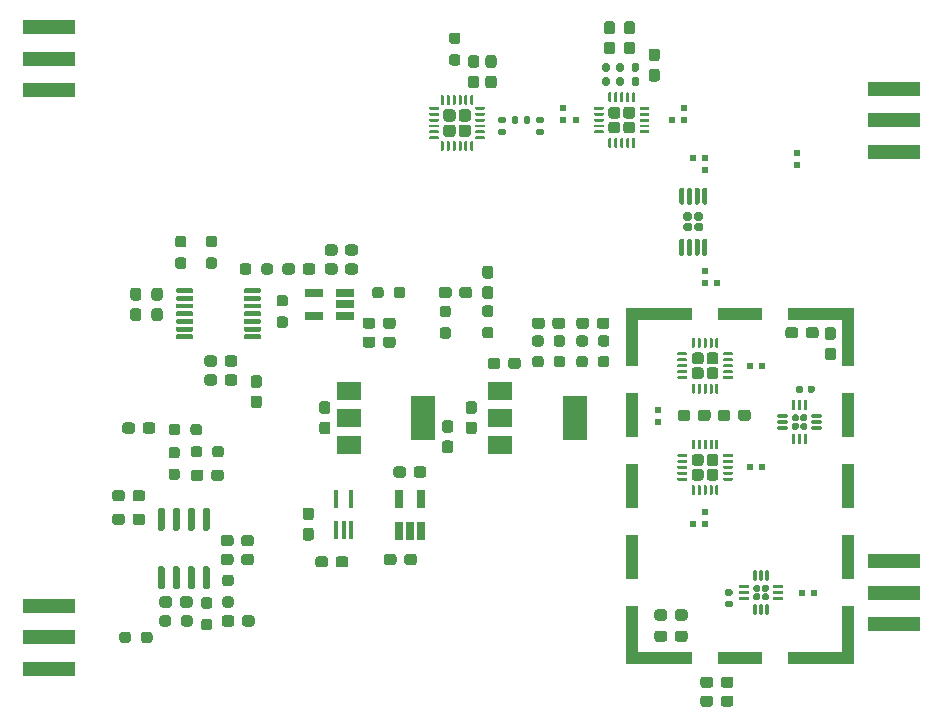
<source format=gtp>
G04 #@! TF.GenerationSoftware,KiCad,Pcbnew,5.1.9*
G04 #@! TF.CreationDate,2021-04-28T13:54:20+02:00*
G04 #@! TF.ProjectId,Radar,52616461-722e-46b6-9963-61645f706362,rev?*
G04 #@! TF.SameCoordinates,Original*
G04 #@! TF.FileFunction,Paste,Top*
G04 #@! TF.FilePolarity,Positive*
%FSLAX46Y46*%
G04 Gerber Fmt 4.6, Leading zero omitted, Abs format (unit mm)*
G04 Created by KiCad (PCBNEW 5.1.9) date 2021-04-28 13:54:20*
%MOMM*%
%LPD*%
G01*
G04 APERTURE LIST*
%ADD10R,4.500000X1.300000*%
%ADD11R,4.500000X1.200000*%
%ADD12R,2.000000X1.500000*%
%ADD13R,2.000000X3.800000*%
%ADD14R,0.630000X0.630000*%
%ADD15R,4.550000X1.000000*%
%ADD16R,3.800000X1.000000*%
%ADD17R,1.000000X3.980000*%
%ADD18R,1.000000X3.800000*%
%ADD19R,1.000000X1.000000*%
%ADD20R,0.650000X1.560000*%
%ADD21R,0.400000X1.500000*%
%ADD22R,1.560000X0.650000*%
G04 APERTURE END LIST*
G36*
G01*
X154960000Y-40692500D02*
X154640000Y-40692500D01*
G75*
G02*
X154480000Y-40532500I0J160000D01*
G01*
X154480000Y-40137500D01*
G75*
G02*
X154640000Y-39977500I160000J0D01*
G01*
X154960000Y-39977500D01*
G75*
G02*
X155120000Y-40137500I0J-160000D01*
G01*
X155120000Y-40532500D01*
G75*
G02*
X154960000Y-40692500I-160000J0D01*
G01*
G37*
G36*
G01*
X154960000Y-41887500D02*
X154640000Y-41887500D01*
G75*
G02*
X154480000Y-41727500I0J160000D01*
G01*
X154480000Y-41332500D01*
G75*
G02*
X154640000Y-41172500I160000J0D01*
G01*
X154960000Y-41172500D01*
G75*
G02*
X155120000Y-41332500I0J-160000D01*
G01*
X155120000Y-41727500D01*
G75*
G02*
X154960000Y-41887500I-160000J0D01*
G01*
G37*
G36*
G01*
X156260000Y-40692500D02*
X155940000Y-40692500D01*
G75*
G02*
X155780000Y-40532500I0J160000D01*
G01*
X155780000Y-40137500D01*
G75*
G02*
X155940000Y-39977500I160000J0D01*
G01*
X156260000Y-39977500D01*
G75*
G02*
X156420000Y-40137500I0J-160000D01*
G01*
X156420000Y-40532500D01*
G75*
G02*
X156260000Y-40692500I-160000J0D01*
G01*
G37*
G36*
G01*
X156260000Y-41887500D02*
X155940000Y-41887500D01*
G75*
G02*
X155780000Y-41727500I0J160000D01*
G01*
X155780000Y-41332500D01*
G75*
G02*
X155940000Y-41172500I160000J0D01*
G01*
X156260000Y-41172500D01*
G75*
G02*
X156420000Y-41332500I0J-160000D01*
G01*
X156420000Y-41727500D01*
G75*
G02*
X156260000Y-41887500I-160000J0D01*
G01*
G37*
G36*
G01*
X153760000Y-40692500D02*
X153440000Y-40692500D01*
G75*
G02*
X153280000Y-40532500I0J160000D01*
G01*
X153280000Y-40137500D01*
G75*
G02*
X153440000Y-39977500I160000J0D01*
G01*
X153760000Y-39977500D01*
G75*
G02*
X153920000Y-40137500I0J-160000D01*
G01*
X153920000Y-40532500D01*
G75*
G02*
X153760000Y-40692500I-160000J0D01*
G01*
G37*
G36*
G01*
X153760000Y-41887500D02*
X153440000Y-41887500D01*
G75*
G02*
X153280000Y-41727500I0J160000D01*
G01*
X153280000Y-41332500D01*
G75*
G02*
X153440000Y-41172500I160000J0D01*
G01*
X153760000Y-41172500D01*
G75*
G02*
X153920000Y-41332500I0J-160000D01*
G01*
X153920000Y-41727500D01*
G75*
G02*
X153760000Y-41887500I-160000J0D01*
G01*
G37*
D10*
X177950000Y-82125000D03*
X177950000Y-87475000D03*
D11*
X177950000Y-84800000D03*
D10*
X106450000Y-91275000D03*
X106450000Y-85925000D03*
D11*
X106450000Y-88600000D03*
D10*
X177950000Y-42125000D03*
X177950000Y-47475000D03*
D11*
X177950000Y-44800000D03*
D10*
X106450000Y-42275000D03*
X106450000Y-36925000D03*
D11*
X106450000Y-39600000D03*
D12*
X131850000Y-67700000D03*
X131850000Y-72300000D03*
X131850000Y-70000000D03*
D13*
X138150000Y-70000000D03*
G36*
G01*
X170525000Y-63037500D02*
X170525000Y-62562500D01*
G75*
G02*
X170762500Y-62325000I237500J0D01*
G01*
X171362500Y-62325000D01*
G75*
G02*
X171600000Y-62562500I0J-237500D01*
G01*
X171600000Y-63037500D01*
G75*
G02*
X171362500Y-63275000I-237500J0D01*
G01*
X170762500Y-63275000D01*
G75*
G02*
X170525000Y-63037500I0J237500D01*
G01*
G37*
G36*
G01*
X168800000Y-63037500D02*
X168800000Y-62562500D01*
G75*
G02*
X169037500Y-62325000I237500J0D01*
G01*
X169637500Y-62325000D01*
G75*
G02*
X169875000Y-62562500I0J-237500D01*
G01*
X169875000Y-63037500D01*
G75*
G02*
X169637500Y-63275000I-237500J0D01*
G01*
X169037500Y-63275000D01*
G75*
G02*
X168800000Y-63037500I0J237500D01*
G01*
G37*
D14*
X150000000Y-43770000D03*
X150000000Y-44800000D03*
X151030000Y-44800000D03*
G36*
G01*
X121837500Y-84262500D02*
X121362500Y-84262500D01*
G75*
G02*
X121125000Y-84025000I0J237500D01*
G01*
X121125000Y-83525000D01*
G75*
G02*
X121362500Y-83287500I237500J0D01*
G01*
X121837500Y-83287500D01*
G75*
G02*
X122075000Y-83525000I0J-237500D01*
G01*
X122075000Y-84025000D01*
G75*
G02*
X121837500Y-84262500I-237500J0D01*
G01*
G37*
G36*
G01*
X121837500Y-86087500D02*
X121362500Y-86087500D01*
G75*
G02*
X121125000Y-85850000I0J237500D01*
G01*
X121125000Y-85350000D01*
G75*
G02*
X121362500Y-85112500I237500J0D01*
G01*
X121837500Y-85112500D01*
G75*
G02*
X122075000Y-85350000I0J-237500D01*
G01*
X122075000Y-85850000D01*
G75*
G02*
X121837500Y-86087500I-237500J0D01*
G01*
G37*
G36*
G01*
X119605000Y-82575000D02*
X119905000Y-82575000D01*
G75*
G02*
X120055000Y-82725000I0J-150000D01*
G01*
X120055000Y-84375000D01*
G75*
G02*
X119905000Y-84525000I-150000J0D01*
G01*
X119605000Y-84525000D01*
G75*
G02*
X119455000Y-84375000I0J150000D01*
G01*
X119455000Y-82725000D01*
G75*
G02*
X119605000Y-82575000I150000J0D01*
G01*
G37*
G36*
G01*
X118335000Y-82575000D02*
X118635000Y-82575000D01*
G75*
G02*
X118785000Y-82725000I0J-150000D01*
G01*
X118785000Y-84375000D01*
G75*
G02*
X118635000Y-84525000I-150000J0D01*
G01*
X118335000Y-84525000D01*
G75*
G02*
X118185000Y-84375000I0J150000D01*
G01*
X118185000Y-82725000D01*
G75*
G02*
X118335000Y-82575000I150000J0D01*
G01*
G37*
G36*
G01*
X117065000Y-82575000D02*
X117365000Y-82575000D01*
G75*
G02*
X117515000Y-82725000I0J-150000D01*
G01*
X117515000Y-84375000D01*
G75*
G02*
X117365000Y-84525000I-150000J0D01*
G01*
X117065000Y-84525000D01*
G75*
G02*
X116915000Y-84375000I0J150000D01*
G01*
X116915000Y-82725000D01*
G75*
G02*
X117065000Y-82575000I150000J0D01*
G01*
G37*
G36*
G01*
X115795000Y-82575000D02*
X116095000Y-82575000D01*
G75*
G02*
X116245000Y-82725000I0J-150000D01*
G01*
X116245000Y-84375000D01*
G75*
G02*
X116095000Y-84525000I-150000J0D01*
G01*
X115795000Y-84525000D01*
G75*
G02*
X115645000Y-84375000I0J150000D01*
G01*
X115645000Y-82725000D01*
G75*
G02*
X115795000Y-82575000I150000J0D01*
G01*
G37*
G36*
G01*
X115795000Y-77625000D02*
X116095000Y-77625000D01*
G75*
G02*
X116245000Y-77775000I0J-150000D01*
G01*
X116245000Y-79425000D01*
G75*
G02*
X116095000Y-79575000I-150000J0D01*
G01*
X115795000Y-79575000D01*
G75*
G02*
X115645000Y-79425000I0J150000D01*
G01*
X115645000Y-77775000D01*
G75*
G02*
X115795000Y-77625000I150000J0D01*
G01*
G37*
G36*
G01*
X117065000Y-77625000D02*
X117365000Y-77625000D01*
G75*
G02*
X117515000Y-77775000I0J-150000D01*
G01*
X117515000Y-79425000D01*
G75*
G02*
X117365000Y-79575000I-150000J0D01*
G01*
X117065000Y-79575000D01*
G75*
G02*
X116915000Y-79425000I0J150000D01*
G01*
X116915000Y-77775000D01*
G75*
G02*
X117065000Y-77625000I150000J0D01*
G01*
G37*
G36*
G01*
X118335000Y-77625000D02*
X118635000Y-77625000D01*
G75*
G02*
X118785000Y-77775000I0J-150000D01*
G01*
X118785000Y-79425000D01*
G75*
G02*
X118635000Y-79575000I-150000J0D01*
G01*
X118335000Y-79575000D01*
G75*
G02*
X118185000Y-79425000I0J150000D01*
G01*
X118185000Y-77775000D01*
G75*
G02*
X118335000Y-77625000I150000J0D01*
G01*
G37*
G36*
G01*
X119605000Y-77625000D02*
X119905000Y-77625000D01*
G75*
G02*
X120055000Y-77775000I0J-150000D01*
G01*
X120055000Y-79425000D01*
G75*
G02*
X119905000Y-79575000I-150000J0D01*
G01*
X119605000Y-79575000D01*
G75*
G02*
X119455000Y-79425000I0J150000D01*
G01*
X119455000Y-77775000D01*
G75*
G02*
X119605000Y-77625000I150000J0D01*
G01*
G37*
X160970000Y-79000000D03*
X162000000Y-79000000D03*
X162000000Y-77970000D03*
G36*
G01*
X172362500Y-64062500D02*
X172837500Y-64062500D01*
G75*
G02*
X173075000Y-64300000I0J-237500D01*
G01*
X173075000Y-64900000D01*
G75*
G02*
X172837500Y-65137500I-237500J0D01*
G01*
X172362500Y-65137500D01*
G75*
G02*
X172125000Y-64900000I0J237500D01*
G01*
X172125000Y-64300000D01*
G75*
G02*
X172362500Y-64062500I237500J0D01*
G01*
G37*
G36*
G01*
X172362500Y-62337500D02*
X172837500Y-62337500D01*
G75*
G02*
X173075000Y-62575000I0J-237500D01*
G01*
X173075000Y-63175000D01*
G75*
G02*
X172837500Y-63412500I-237500J0D01*
G01*
X172362500Y-63412500D01*
G75*
G02*
X172125000Y-63175000I0J237500D01*
G01*
X172125000Y-62575000D01*
G75*
G02*
X172362500Y-62337500I237500J0D01*
G01*
G37*
D15*
X171325000Y-61220000D03*
X171325000Y-90380000D03*
D16*
X164950000Y-61220000D03*
X164950000Y-90380000D03*
D15*
X158575000Y-61220000D03*
X158575000Y-90380000D03*
D17*
X174100000Y-63710000D03*
X155800000Y-63710000D03*
D18*
X174100000Y-69800000D03*
X155800000Y-69800000D03*
X174100000Y-75800000D03*
X155800000Y-75800000D03*
X174100000Y-81800000D03*
X155800000Y-81800000D03*
D17*
X174100000Y-87890000D03*
X155800000Y-87890000D03*
D19*
X174100000Y-90380000D03*
X174100000Y-61220000D03*
X155800000Y-61220000D03*
X155800000Y-90380000D03*
D14*
X158000000Y-69370000D03*
X158000000Y-70400000D03*
X166830000Y-74200000D03*
X165800000Y-74200000D03*
D12*
X144650000Y-67700000D03*
X144650000Y-72300000D03*
X144650000Y-70000000D03*
D13*
X150950000Y-70000000D03*
D14*
X169800000Y-47600000D03*
X169800000Y-48630000D03*
X160200000Y-43770000D03*
X160200000Y-44800000D03*
X159170000Y-44800000D03*
X160970000Y-48000000D03*
X162000000Y-48000000D03*
X162000000Y-49030000D03*
X163030000Y-58600000D03*
X162000000Y-58600000D03*
X162000000Y-57570000D03*
X165800000Y-65600000D03*
X166830000Y-65600000D03*
X171200000Y-84800000D03*
X170170000Y-84800000D03*
G36*
G01*
X164787500Y-70037500D02*
X164787500Y-69562500D01*
G75*
G02*
X165025000Y-69325000I237500J0D01*
G01*
X165625000Y-69325000D01*
G75*
G02*
X165862500Y-69562500I0J-237500D01*
G01*
X165862500Y-70037500D01*
G75*
G02*
X165625000Y-70275000I-237500J0D01*
G01*
X165025000Y-70275000D01*
G75*
G02*
X164787500Y-70037500I0J237500D01*
G01*
G37*
G36*
G01*
X163062500Y-70037500D02*
X163062500Y-69562500D01*
G75*
G02*
X163300000Y-69325000I237500J0D01*
G01*
X163900000Y-69325000D01*
G75*
G02*
X164137500Y-69562500I0J-237500D01*
G01*
X164137500Y-70037500D01*
G75*
G02*
X163900000Y-70275000I-237500J0D01*
G01*
X163300000Y-70275000D01*
G75*
G02*
X163062500Y-70037500I0J237500D01*
G01*
G37*
G36*
G01*
X160737500Y-69562500D02*
X160737500Y-70037500D01*
G75*
G02*
X160500000Y-70275000I-237500J0D01*
G01*
X159900000Y-70275000D01*
G75*
G02*
X159662500Y-70037500I0J237500D01*
G01*
X159662500Y-69562500D01*
G75*
G02*
X159900000Y-69325000I237500J0D01*
G01*
X160500000Y-69325000D01*
G75*
G02*
X160737500Y-69562500I0J-237500D01*
G01*
G37*
G36*
G01*
X162462500Y-69562500D02*
X162462500Y-70037500D01*
G75*
G02*
X162225000Y-70275000I-237500J0D01*
G01*
X161625000Y-70275000D01*
G75*
G02*
X161387500Y-70037500I0J237500D01*
G01*
X161387500Y-69562500D01*
G75*
G02*
X161625000Y-69325000I237500J0D01*
G01*
X162225000Y-69325000D01*
G75*
G02*
X162462500Y-69562500I0J-237500D01*
G01*
G37*
G36*
G01*
X155057500Y-45680000D02*
X155057500Y-45170000D01*
G75*
G02*
X155307500Y-44920000I250000J0D01*
G01*
X155817500Y-44920000D01*
G75*
G02*
X156067500Y-45170000I0J-250000D01*
G01*
X156067500Y-45680000D01*
G75*
G02*
X155817500Y-45930000I-250000J0D01*
G01*
X155307500Y-45930000D01*
G75*
G02*
X155057500Y-45680000I0J250000D01*
G01*
G37*
G36*
G01*
X155057500Y-44430000D02*
X155057500Y-43920000D01*
G75*
G02*
X155307500Y-43670000I250000J0D01*
G01*
X155817500Y-43670000D01*
G75*
G02*
X156067500Y-43920000I0J-250000D01*
G01*
X156067500Y-44430000D01*
G75*
G02*
X155817500Y-44680000I-250000J0D01*
G01*
X155307500Y-44680000D01*
G75*
G02*
X155057500Y-44430000I0J250000D01*
G01*
G37*
G36*
G01*
X153807500Y-45680000D02*
X153807500Y-45170000D01*
G75*
G02*
X154057500Y-44920000I250000J0D01*
G01*
X154567500Y-44920000D01*
G75*
G02*
X154817500Y-45170000I0J-250000D01*
G01*
X154817500Y-45680000D01*
G75*
G02*
X154567500Y-45930000I-250000J0D01*
G01*
X154057500Y-45930000D01*
G75*
G02*
X153807500Y-45680000I0J250000D01*
G01*
G37*
G36*
G01*
X153807500Y-44430000D02*
X153807500Y-43920000D01*
G75*
G02*
X154057500Y-43670000I250000J0D01*
G01*
X154567500Y-43670000D01*
G75*
G02*
X154817500Y-43920000I0J-250000D01*
G01*
X154817500Y-44430000D01*
G75*
G02*
X154567500Y-44680000I-250000J0D01*
G01*
X154057500Y-44680000D01*
G75*
G02*
X153807500Y-44430000I0J250000D01*
G01*
G37*
G36*
G01*
X153812500Y-43212500D02*
X153812500Y-42512500D01*
G75*
G02*
X153875000Y-42450000I62500J0D01*
G01*
X154000000Y-42450000D01*
G75*
G02*
X154062500Y-42512500I0J-62500D01*
G01*
X154062500Y-43212500D01*
G75*
G02*
X154000000Y-43275000I-62500J0D01*
G01*
X153875000Y-43275000D01*
G75*
G02*
X153812500Y-43212500I0J62500D01*
G01*
G37*
G36*
G01*
X154312500Y-43212500D02*
X154312500Y-42512500D01*
G75*
G02*
X154375000Y-42450000I62500J0D01*
G01*
X154500000Y-42450000D01*
G75*
G02*
X154562500Y-42512500I0J-62500D01*
G01*
X154562500Y-43212500D01*
G75*
G02*
X154500000Y-43275000I-62500J0D01*
G01*
X154375000Y-43275000D01*
G75*
G02*
X154312500Y-43212500I0J62500D01*
G01*
G37*
G36*
G01*
X154812500Y-43212500D02*
X154812500Y-42512500D01*
G75*
G02*
X154875000Y-42450000I62500J0D01*
G01*
X155000000Y-42450000D01*
G75*
G02*
X155062500Y-42512500I0J-62500D01*
G01*
X155062500Y-43212500D01*
G75*
G02*
X155000000Y-43275000I-62500J0D01*
G01*
X154875000Y-43275000D01*
G75*
G02*
X154812500Y-43212500I0J62500D01*
G01*
G37*
G36*
G01*
X155312500Y-43212500D02*
X155312500Y-42512500D01*
G75*
G02*
X155375000Y-42450000I62500J0D01*
G01*
X155500000Y-42450000D01*
G75*
G02*
X155562500Y-42512500I0J-62500D01*
G01*
X155562500Y-43212500D01*
G75*
G02*
X155500000Y-43275000I-62500J0D01*
G01*
X155375000Y-43275000D01*
G75*
G02*
X155312500Y-43212500I0J62500D01*
G01*
G37*
G36*
G01*
X155812500Y-43212500D02*
X155812500Y-42512500D01*
G75*
G02*
X155875000Y-42450000I62500J0D01*
G01*
X156000000Y-42450000D01*
G75*
G02*
X156062500Y-42512500I0J-62500D01*
G01*
X156062500Y-43212500D01*
G75*
G02*
X156000000Y-43275000I-62500J0D01*
G01*
X155875000Y-43275000D01*
G75*
G02*
X155812500Y-43212500I0J62500D01*
G01*
G37*
G36*
G01*
X156462500Y-43862500D02*
X156462500Y-43737500D01*
G75*
G02*
X156525000Y-43675000I62500J0D01*
G01*
X157225000Y-43675000D01*
G75*
G02*
X157287500Y-43737500I0J-62500D01*
G01*
X157287500Y-43862500D01*
G75*
G02*
X157225000Y-43925000I-62500J0D01*
G01*
X156525000Y-43925000D01*
G75*
G02*
X156462500Y-43862500I0J62500D01*
G01*
G37*
G36*
G01*
X156462500Y-44362500D02*
X156462500Y-44237500D01*
G75*
G02*
X156525000Y-44175000I62500J0D01*
G01*
X157225000Y-44175000D01*
G75*
G02*
X157287500Y-44237500I0J-62500D01*
G01*
X157287500Y-44362500D01*
G75*
G02*
X157225000Y-44425000I-62500J0D01*
G01*
X156525000Y-44425000D01*
G75*
G02*
X156462500Y-44362500I0J62500D01*
G01*
G37*
G36*
G01*
X156462500Y-44862500D02*
X156462500Y-44737500D01*
G75*
G02*
X156525000Y-44675000I62500J0D01*
G01*
X157225000Y-44675000D01*
G75*
G02*
X157287500Y-44737500I0J-62500D01*
G01*
X157287500Y-44862500D01*
G75*
G02*
X157225000Y-44925000I-62500J0D01*
G01*
X156525000Y-44925000D01*
G75*
G02*
X156462500Y-44862500I0J62500D01*
G01*
G37*
G36*
G01*
X156462500Y-45362500D02*
X156462500Y-45237500D01*
G75*
G02*
X156525000Y-45175000I62500J0D01*
G01*
X157225000Y-45175000D01*
G75*
G02*
X157287500Y-45237500I0J-62500D01*
G01*
X157287500Y-45362500D01*
G75*
G02*
X157225000Y-45425000I-62500J0D01*
G01*
X156525000Y-45425000D01*
G75*
G02*
X156462500Y-45362500I0J62500D01*
G01*
G37*
G36*
G01*
X156462500Y-45862500D02*
X156462500Y-45737500D01*
G75*
G02*
X156525000Y-45675000I62500J0D01*
G01*
X157225000Y-45675000D01*
G75*
G02*
X157287500Y-45737500I0J-62500D01*
G01*
X157287500Y-45862500D01*
G75*
G02*
X157225000Y-45925000I-62500J0D01*
G01*
X156525000Y-45925000D01*
G75*
G02*
X156462500Y-45862500I0J62500D01*
G01*
G37*
G36*
G01*
X155812500Y-47087500D02*
X155812500Y-46387500D01*
G75*
G02*
X155875000Y-46325000I62500J0D01*
G01*
X156000000Y-46325000D01*
G75*
G02*
X156062500Y-46387500I0J-62500D01*
G01*
X156062500Y-47087500D01*
G75*
G02*
X156000000Y-47150000I-62500J0D01*
G01*
X155875000Y-47150000D01*
G75*
G02*
X155812500Y-47087500I0J62500D01*
G01*
G37*
G36*
G01*
X155312500Y-47087500D02*
X155312500Y-46387500D01*
G75*
G02*
X155375000Y-46325000I62500J0D01*
G01*
X155500000Y-46325000D01*
G75*
G02*
X155562500Y-46387500I0J-62500D01*
G01*
X155562500Y-47087500D01*
G75*
G02*
X155500000Y-47150000I-62500J0D01*
G01*
X155375000Y-47150000D01*
G75*
G02*
X155312500Y-47087500I0J62500D01*
G01*
G37*
G36*
G01*
X154812500Y-47087500D02*
X154812500Y-46387500D01*
G75*
G02*
X154875000Y-46325000I62500J0D01*
G01*
X155000000Y-46325000D01*
G75*
G02*
X155062500Y-46387500I0J-62500D01*
G01*
X155062500Y-47087500D01*
G75*
G02*
X155000000Y-47150000I-62500J0D01*
G01*
X154875000Y-47150000D01*
G75*
G02*
X154812500Y-47087500I0J62500D01*
G01*
G37*
G36*
G01*
X154312500Y-47087500D02*
X154312500Y-46387500D01*
G75*
G02*
X154375000Y-46325000I62500J0D01*
G01*
X154500000Y-46325000D01*
G75*
G02*
X154562500Y-46387500I0J-62500D01*
G01*
X154562500Y-47087500D01*
G75*
G02*
X154500000Y-47150000I-62500J0D01*
G01*
X154375000Y-47150000D01*
G75*
G02*
X154312500Y-47087500I0J62500D01*
G01*
G37*
G36*
G01*
X153812500Y-47087500D02*
X153812500Y-46387500D01*
G75*
G02*
X153875000Y-46325000I62500J0D01*
G01*
X154000000Y-46325000D01*
G75*
G02*
X154062500Y-46387500I0J-62500D01*
G01*
X154062500Y-47087500D01*
G75*
G02*
X154000000Y-47150000I-62500J0D01*
G01*
X153875000Y-47150000D01*
G75*
G02*
X153812500Y-47087500I0J62500D01*
G01*
G37*
G36*
G01*
X152587500Y-45862500D02*
X152587500Y-45737500D01*
G75*
G02*
X152650000Y-45675000I62500J0D01*
G01*
X153350000Y-45675000D01*
G75*
G02*
X153412500Y-45737500I0J-62500D01*
G01*
X153412500Y-45862500D01*
G75*
G02*
X153350000Y-45925000I-62500J0D01*
G01*
X152650000Y-45925000D01*
G75*
G02*
X152587500Y-45862500I0J62500D01*
G01*
G37*
G36*
G01*
X152587500Y-45362500D02*
X152587500Y-45237500D01*
G75*
G02*
X152650000Y-45175000I62500J0D01*
G01*
X153350000Y-45175000D01*
G75*
G02*
X153412500Y-45237500I0J-62500D01*
G01*
X153412500Y-45362500D01*
G75*
G02*
X153350000Y-45425000I-62500J0D01*
G01*
X152650000Y-45425000D01*
G75*
G02*
X152587500Y-45362500I0J62500D01*
G01*
G37*
G36*
G01*
X152587500Y-44862500D02*
X152587500Y-44737500D01*
G75*
G02*
X152650000Y-44675000I62500J0D01*
G01*
X153350000Y-44675000D01*
G75*
G02*
X153412500Y-44737500I0J-62500D01*
G01*
X153412500Y-44862500D01*
G75*
G02*
X153350000Y-44925000I-62500J0D01*
G01*
X152650000Y-44925000D01*
G75*
G02*
X152587500Y-44862500I0J62500D01*
G01*
G37*
G36*
G01*
X152587500Y-44362500D02*
X152587500Y-44237500D01*
G75*
G02*
X152650000Y-44175000I62500J0D01*
G01*
X153350000Y-44175000D01*
G75*
G02*
X153412500Y-44237500I0J-62500D01*
G01*
X153412500Y-44362500D01*
G75*
G02*
X153350000Y-44425000I-62500J0D01*
G01*
X152650000Y-44425000D01*
G75*
G02*
X152587500Y-44362500I0J62500D01*
G01*
G37*
G36*
G01*
X152587500Y-43862500D02*
X152587500Y-43737500D01*
G75*
G02*
X152650000Y-43675000I62500J0D01*
G01*
X153350000Y-43675000D01*
G75*
G02*
X153412500Y-43737500I0J-62500D01*
G01*
X153412500Y-43862500D01*
G75*
G02*
X153350000Y-43925000I-62500J0D01*
G01*
X152650000Y-43925000D01*
G75*
G02*
X152587500Y-43862500I0J62500D01*
G01*
G37*
G36*
G01*
X141125000Y-45975001D02*
X141125000Y-45424999D01*
G75*
G02*
X141374999Y-45175000I249999J0D01*
G01*
X141925001Y-45175000D01*
G75*
G02*
X142175000Y-45424999I0J-249999D01*
G01*
X142175000Y-45975001D01*
G75*
G02*
X141925001Y-46225000I-249999J0D01*
G01*
X141374999Y-46225000D01*
G75*
G02*
X141125000Y-45975001I0J249999D01*
G01*
G37*
G36*
G01*
X141125000Y-44675001D02*
X141125000Y-44124999D01*
G75*
G02*
X141374999Y-43875000I249999J0D01*
G01*
X141925001Y-43875000D01*
G75*
G02*
X142175000Y-44124999I0J-249999D01*
G01*
X142175000Y-44675001D01*
G75*
G02*
X141925001Y-44925000I-249999J0D01*
G01*
X141374999Y-44925000D01*
G75*
G02*
X141125000Y-44675001I0J249999D01*
G01*
G37*
G36*
G01*
X139825000Y-45975001D02*
X139825000Y-45424999D01*
G75*
G02*
X140074999Y-45175000I249999J0D01*
G01*
X140625001Y-45175000D01*
G75*
G02*
X140875000Y-45424999I0J-249999D01*
G01*
X140875000Y-45975001D01*
G75*
G02*
X140625001Y-46225000I-249999J0D01*
G01*
X140074999Y-46225000D01*
G75*
G02*
X139825000Y-45975001I0J249999D01*
G01*
G37*
G36*
G01*
X139825000Y-44675001D02*
X139825000Y-44124999D01*
G75*
G02*
X140074999Y-43875000I249999J0D01*
G01*
X140625001Y-43875000D01*
G75*
G02*
X140875000Y-44124999I0J-249999D01*
G01*
X140875000Y-44675001D01*
G75*
G02*
X140625001Y-44925000I-249999J0D01*
G01*
X140074999Y-44925000D01*
G75*
G02*
X139825000Y-44675001I0J249999D01*
G01*
G37*
G36*
G01*
X139625000Y-43462500D02*
X139625000Y-42762500D01*
G75*
G02*
X139687500Y-42700000I62500J0D01*
G01*
X139812500Y-42700000D01*
G75*
G02*
X139875000Y-42762500I0J-62500D01*
G01*
X139875000Y-43462500D01*
G75*
G02*
X139812500Y-43525000I-62500J0D01*
G01*
X139687500Y-43525000D01*
G75*
G02*
X139625000Y-43462500I0J62500D01*
G01*
G37*
G36*
G01*
X140125000Y-43462500D02*
X140125000Y-42762500D01*
G75*
G02*
X140187500Y-42700000I62500J0D01*
G01*
X140312500Y-42700000D01*
G75*
G02*
X140375000Y-42762500I0J-62500D01*
G01*
X140375000Y-43462500D01*
G75*
G02*
X140312500Y-43525000I-62500J0D01*
G01*
X140187500Y-43525000D01*
G75*
G02*
X140125000Y-43462500I0J62500D01*
G01*
G37*
G36*
G01*
X140625000Y-43462500D02*
X140625000Y-42762500D01*
G75*
G02*
X140687500Y-42700000I62500J0D01*
G01*
X140812500Y-42700000D01*
G75*
G02*
X140875000Y-42762500I0J-62500D01*
G01*
X140875000Y-43462500D01*
G75*
G02*
X140812500Y-43525000I-62500J0D01*
G01*
X140687500Y-43525000D01*
G75*
G02*
X140625000Y-43462500I0J62500D01*
G01*
G37*
G36*
G01*
X141125000Y-43462500D02*
X141125000Y-42762500D01*
G75*
G02*
X141187500Y-42700000I62500J0D01*
G01*
X141312500Y-42700000D01*
G75*
G02*
X141375000Y-42762500I0J-62500D01*
G01*
X141375000Y-43462500D01*
G75*
G02*
X141312500Y-43525000I-62500J0D01*
G01*
X141187500Y-43525000D01*
G75*
G02*
X141125000Y-43462500I0J62500D01*
G01*
G37*
G36*
G01*
X141625000Y-43462500D02*
X141625000Y-42762500D01*
G75*
G02*
X141687500Y-42700000I62500J0D01*
G01*
X141812500Y-42700000D01*
G75*
G02*
X141875000Y-42762500I0J-62500D01*
G01*
X141875000Y-43462500D01*
G75*
G02*
X141812500Y-43525000I-62500J0D01*
G01*
X141687500Y-43525000D01*
G75*
G02*
X141625000Y-43462500I0J62500D01*
G01*
G37*
G36*
G01*
X142125000Y-43462500D02*
X142125000Y-42762500D01*
G75*
G02*
X142187500Y-42700000I62500J0D01*
G01*
X142312500Y-42700000D01*
G75*
G02*
X142375000Y-42762500I0J-62500D01*
G01*
X142375000Y-43462500D01*
G75*
G02*
X142312500Y-43525000I-62500J0D01*
G01*
X142187500Y-43525000D01*
G75*
G02*
X142125000Y-43462500I0J62500D01*
G01*
G37*
G36*
G01*
X142525000Y-43862500D02*
X142525000Y-43737500D01*
G75*
G02*
X142587500Y-43675000I62500J0D01*
G01*
X143287500Y-43675000D01*
G75*
G02*
X143350000Y-43737500I0J-62500D01*
G01*
X143350000Y-43862500D01*
G75*
G02*
X143287500Y-43925000I-62500J0D01*
G01*
X142587500Y-43925000D01*
G75*
G02*
X142525000Y-43862500I0J62500D01*
G01*
G37*
G36*
G01*
X142525000Y-44362500D02*
X142525000Y-44237500D01*
G75*
G02*
X142587500Y-44175000I62500J0D01*
G01*
X143287500Y-44175000D01*
G75*
G02*
X143350000Y-44237500I0J-62500D01*
G01*
X143350000Y-44362500D01*
G75*
G02*
X143287500Y-44425000I-62500J0D01*
G01*
X142587500Y-44425000D01*
G75*
G02*
X142525000Y-44362500I0J62500D01*
G01*
G37*
G36*
G01*
X142525000Y-44862500D02*
X142525000Y-44737500D01*
G75*
G02*
X142587500Y-44675000I62500J0D01*
G01*
X143287500Y-44675000D01*
G75*
G02*
X143350000Y-44737500I0J-62500D01*
G01*
X143350000Y-44862500D01*
G75*
G02*
X143287500Y-44925000I-62500J0D01*
G01*
X142587500Y-44925000D01*
G75*
G02*
X142525000Y-44862500I0J62500D01*
G01*
G37*
G36*
G01*
X142525000Y-45362500D02*
X142525000Y-45237500D01*
G75*
G02*
X142587500Y-45175000I62500J0D01*
G01*
X143287500Y-45175000D01*
G75*
G02*
X143350000Y-45237500I0J-62500D01*
G01*
X143350000Y-45362500D01*
G75*
G02*
X143287500Y-45425000I-62500J0D01*
G01*
X142587500Y-45425000D01*
G75*
G02*
X142525000Y-45362500I0J62500D01*
G01*
G37*
G36*
G01*
X142525000Y-45862500D02*
X142525000Y-45737500D01*
G75*
G02*
X142587500Y-45675000I62500J0D01*
G01*
X143287500Y-45675000D01*
G75*
G02*
X143350000Y-45737500I0J-62500D01*
G01*
X143350000Y-45862500D01*
G75*
G02*
X143287500Y-45925000I-62500J0D01*
G01*
X142587500Y-45925000D01*
G75*
G02*
X142525000Y-45862500I0J62500D01*
G01*
G37*
G36*
G01*
X142525000Y-46362500D02*
X142525000Y-46237500D01*
G75*
G02*
X142587500Y-46175000I62500J0D01*
G01*
X143287500Y-46175000D01*
G75*
G02*
X143350000Y-46237500I0J-62500D01*
G01*
X143350000Y-46362500D01*
G75*
G02*
X143287500Y-46425000I-62500J0D01*
G01*
X142587500Y-46425000D01*
G75*
G02*
X142525000Y-46362500I0J62500D01*
G01*
G37*
G36*
G01*
X142125000Y-47337500D02*
X142125000Y-46637500D01*
G75*
G02*
X142187500Y-46575000I62500J0D01*
G01*
X142312500Y-46575000D01*
G75*
G02*
X142375000Y-46637500I0J-62500D01*
G01*
X142375000Y-47337500D01*
G75*
G02*
X142312500Y-47400000I-62500J0D01*
G01*
X142187500Y-47400000D01*
G75*
G02*
X142125000Y-47337500I0J62500D01*
G01*
G37*
G36*
G01*
X141625000Y-47337500D02*
X141625000Y-46637500D01*
G75*
G02*
X141687500Y-46575000I62500J0D01*
G01*
X141812500Y-46575000D01*
G75*
G02*
X141875000Y-46637500I0J-62500D01*
G01*
X141875000Y-47337500D01*
G75*
G02*
X141812500Y-47400000I-62500J0D01*
G01*
X141687500Y-47400000D01*
G75*
G02*
X141625000Y-47337500I0J62500D01*
G01*
G37*
G36*
G01*
X141125000Y-47337500D02*
X141125000Y-46637500D01*
G75*
G02*
X141187500Y-46575000I62500J0D01*
G01*
X141312500Y-46575000D01*
G75*
G02*
X141375000Y-46637500I0J-62500D01*
G01*
X141375000Y-47337500D01*
G75*
G02*
X141312500Y-47400000I-62500J0D01*
G01*
X141187500Y-47400000D01*
G75*
G02*
X141125000Y-47337500I0J62500D01*
G01*
G37*
G36*
G01*
X140625000Y-47337500D02*
X140625000Y-46637500D01*
G75*
G02*
X140687500Y-46575000I62500J0D01*
G01*
X140812500Y-46575000D01*
G75*
G02*
X140875000Y-46637500I0J-62500D01*
G01*
X140875000Y-47337500D01*
G75*
G02*
X140812500Y-47400000I-62500J0D01*
G01*
X140687500Y-47400000D01*
G75*
G02*
X140625000Y-47337500I0J62500D01*
G01*
G37*
G36*
G01*
X140125000Y-47337500D02*
X140125000Y-46637500D01*
G75*
G02*
X140187500Y-46575000I62500J0D01*
G01*
X140312500Y-46575000D01*
G75*
G02*
X140375000Y-46637500I0J-62500D01*
G01*
X140375000Y-47337500D01*
G75*
G02*
X140312500Y-47400000I-62500J0D01*
G01*
X140187500Y-47400000D01*
G75*
G02*
X140125000Y-47337500I0J62500D01*
G01*
G37*
G36*
G01*
X139625000Y-47337500D02*
X139625000Y-46637500D01*
G75*
G02*
X139687500Y-46575000I62500J0D01*
G01*
X139812500Y-46575000D01*
G75*
G02*
X139875000Y-46637500I0J-62500D01*
G01*
X139875000Y-47337500D01*
G75*
G02*
X139812500Y-47400000I-62500J0D01*
G01*
X139687500Y-47400000D01*
G75*
G02*
X139625000Y-47337500I0J62500D01*
G01*
G37*
G36*
G01*
X138650000Y-46362500D02*
X138650000Y-46237500D01*
G75*
G02*
X138712500Y-46175000I62500J0D01*
G01*
X139412500Y-46175000D01*
G75*
G02*
X139475000Y-46237500I0J-62500D01*
G01*
X139475000Y-46362500D01*
G75*
G02*
X139412500Y-46425000I-62500J0D01*
G01*
X138712500Y-46425000D01*
G75*
G02*
X138650000Y-46362500I0J62500D01*
G01*
G37*
G36*
G01*
X138650000Y-45862500D02*
X138650000Y-45737500D01*
G75*
G02*
X138712500Y-45675000I62500J0D01*
G01*
X139412500Y-45675000D01*
G75*
G02*
X139475000Y-45737500I0J-62500D01*
G01*
X139475000Y-45862500D01*
G75*
G02*
X139412500Y-45925000I-62500J0D01*
G01*
X138712500Y-45925000D01*
G75*
G02*
X138650000Y-45862500I0J62500D01*
G01*
G37*
G36*
G01*
X138650000Y-45362500D02*
X138650000Y-45237500D01*
G75*
G02*
X138712500Y-45175000I62500J0D01*
G01*
X139412500Y-45175000D01*
G75*
G02*
X139475000Y-45237500I0J-62500D01*
G01*
X139475000Y-45362500D01*
G75*
G02*
X139412500Y-45425000I-62500J0D01*
G01*
X138712500Y-45425000D01*
G75*
G02*
X138650000Y-45362500I0J62500D01*
G01*
G37*
G36*
G01*
X138650000Y-44862500D02*
X138650000Y-44737500D01*
G75*
G02*
X138712500Y-44675000I62500J0D01*
G01*
X139412500Y-44675000D01*
G75*
G02*
X139475000Y-44737500I0J-62500D01*
G01*
X139475000Y-44862500D01*
G75*
G02*
X139412500Y-44925000I-62500J0D01*
G01*
X138712500Y-44925000D01*
G75*
G02*
X138650000Y-44862500I0J62500D01*
G01*
G37*
G36*
G01*
X138650000Y-44362500D02*
X138650000Y-44237500D01*
G75*
G02*
X138712500Y-44175000I62500J0D01*
G01*
X139412500Y-44175000D01*
G75*
G02*
X139475000Y-44237500I0J-62500D01*
G01*
X139475000Y-44362500D01*
G75*
G02*
X139412500Y-44425000I-62500J0D01*
G01*
X138712500Y-44425000D01*
G75*
G02*
X138650000Y-44362500I0J62500D01*
G01*
G37*
G36*
G01*
X138650000Y-43862500D02*
X138650000Y-43737500D01*
G75*
G02*
X138712500Y-43675000I62500J0D01*
G01*
X139412500Y-43675000D01*
G75*
G02*
X139475000Y-43737500I0J-62500D01*
G01*
X139475000Y-43862500D01*
G75*
G02*
X139412500Y-43925000I-62500J0D01*
G01*
X138712500Y-43925000D01*
G75*
G02*
X138650000Y-43862500I0J62500D01*
G01*
G37*
D20*
X136050000Y-76850000D03*
X137950000Y-76850000D03*
X137950000Y-79550000D03*
X137000000Y-79550000D03*
X136050000Y-79550000D03*
D21*
X130750000Y-76870000D03*
X132050000Y-76870000D03*
X132050000Y-79530000D03*
X131400000Y-79530000D03*
X130750000Y-79530000D03*
G36*
G01*
X160340000Y-53480000D02*
X160740000Y-53480000D01*
G75*
G02*
X160915000Y-53655000I0J-175000D01*
G01*
X160915000Y-54005000D01*
G75*
G02*
X160740000Y-54180000I-175000J0D01*
G01*
X160340000Y-54180000D01*
G75*
G02*
X160165000Y-54005000I0J175000D01*
G01*
X160165000Y-53655000D01*
G75*
G02*
X160340000Y-53480000I175000J0D01*
G01*
G37*
G36*
G01*
X161260000Y-53480000D02*
X161660000Y-53480000D01*
G75*
G02*
X161835000Y-53655000I0J-175000D01*
G01*
X161835000Y-54005000D01*
G75*
G02*
X161660000Y-54180000I-175000J0D01*
G01*
X161260000Y-54180000D01*
G75*
G02*
X161085000Y-54005000I0J175000D01*
G01*
X161085000Y-53655000D01*
G75*
G02*
X161260000Y-53480000I175000J0D01*
G01*
G37*
G36*
G01*
X160340000Y-52620000D02*
X160740000Y-52620000D01*
G75*
G02*
X160915000Y-52795000I0J-175000D01*
G01*
X160915000Y-53145000D01*
G75*
G02*
X160740000Y-53320000I-175000J0D01*
G01*
X160340000Y-53320000D01*
G75*
G02*
X160165000Y-53145000I0J175000D01*
G01*
X160165000Y-52795000D01*
G75*
G02*
X160340000Y-52620000I175000J0D01*
G01*
G37*
G36*
G01*
X161260000Y-52620000D02*
X161660000Y-52620000D01*
G75*
G02*
X161835000Y-52795000I0J-175000D01*
G01*
X161835000Y-53145000D01*
G75*
G02*
X161660000Y-53320000I-175000J0D01*
G01*
X161260000Y-53320000D01*
G75*
G02*
X161085000Y-53145000I0J175000D01*
G01*
X161085000Y-52795000D01*
G75*
G02*
X161260000Y-52620000I175000J0D01*
G01*
G37*
G36*
G01*
X161875000Y-54850000D02*
X162075000Y-54850000D01*
G75*
G02*
X162175000Y-54950000I0J-100000D01*
G01*
X162175000Y-56175000D01*
G75*
G02*
X162075000Y-56275000I-100000J0D01*
G01*
X161875000Y-56275000D01*
G75*
G02*
X161775000Y-56175000I0J100000D01*
G01*
X161775000Y-54950000D01*
G75*
G02*
X161875000Y-54850000I100000J0D01*
G01*
G37*
G36*
G01*
X161225000Y-54850000D02*
X161425000Y-54850000D01*
G75*
G02*
X161525000Y-54950000I0J-100000D01*
G01*
X161525000Y-56175000D01*
G75*
G02*
X161425000Y-56275000I-100000J0D01*
G01*
X161225000Y-56275000D01*
G75*
G02*
X161125000Y-56175000I0J100000D01*
G01*
X161125000Y-54950000D01*
G75*
G02*
X161225000Y-54850000I100000J0D01*
G01*
G37*
G36*
G01*
X160575000Y-54850000D02*
X160775000Y-54850000D01*
G75*
G02*
X160875000Y-54950000I0J-100000D01*
G01*
X160875000Y-56175000D01*
G75*
G02*
X160775000Y-56275000I-100000J0D01*
G01*
X160575000Y-56275000D01*
G75*
G02*
X160475000Y-56175000I0J100000D01*
G01*
X160475000Y-54950000D01*
G75*
G02*
X160575000Y-54850000I100000J0D01*
G01*
G37*
G36*
G01*
X159925000Y-54850000D02*
X160125000Y-54850000D01*
G75*
G02*
X160225000Y-54950000I0J-100000D01*
G01*
X160225000Y-56175000D01*
G75*
G02*
X160125000Y-56275000I-100000J0D01*
G01*
X159925000Y-56275000D01*
G75*
G02*
X159825000Y-56175000I0J100000D01*
G01*
X159825000Y-54950000D01*
G75*
G02*
X159925000Y-54850000I100000J0D01*
G01*
G37*
G36*
G01*
X159925000Y-50525000D02*
X160125000Y-50525000D01*
G75*
G02*
X160225000Y-50625000I0J-100000D01*
G01*
X160225000Y-51850000D01*
G75*
G02*
X160125000Y-51950000I-100000J0D01*
G01*
X159925000Y-51950000D01*
G75*
G02*
X159825000Y-51850000I0J100000D01*
G01*
X159825000Y-50625000D01*
G75*
G02*
X159925000Y-50525000I100000J0D01*
G01*
G37*
G36*
G01*
X160575000Y-50525000D02*
X160775000Y-50525000D01*
G75*
G02*
X160875000Y-50625000I0J-100000D01*
G01*
X160875000Y-51850000D01*
G75*
G02*
X160775000Y-51950000I-100000J0D01*
G01*
X160575000Y-51950000D01*
G75*
G02*
X160475000Y-51850000I0J100000D01*
G01*
X160475000Y-50625000D01*
G75*
G02*
X160575000Y-50525000I100000J0D01*
G01*
G37*
G36*
G01*
X161225000Y-50525000D02*
X161425000Y-50525000D01*
G75*
G02*
X161525000Y-50625000I0J-100000D01*
G01*
X161525000Y-51850000D01*
G75*
G02*
X161425000Y-51950000I-100000J0D01*
G01*
X161225000Y-51950000D01*
G75*
G02*
X161125000Y-51850000I0J100000D01*
G01*
X161125000Y-50625000D01*
G75*
G02*
X161225000Y-50525000I100000J0D01*
G01*
G37*
G36*
G01*
X161875000Y-50525000D02*
X162075000Y-50525000D01*
G75*
G02*
X162175000Y-50625000I0J-100000D01*
G01*
X162175000Y-51850000D01*
G75*
G02*
X162075000Y-51950000I-100000J0D01*
G01*
X161875000Y-51950000D01*
G75*
G02*
X161775000Y-51850000I0J100000D01*
G01*
X161775000Y-50625000D01*
G75*
G02*
X161875000Y-50525000I100000J0D01*
G01*
G37*
G36*
G01*
X161880000Y-64720000D02*
X161880000Y-65230000D01*
G75*
G02*
X161630000Y-65480000I-250000J0D01*
G01*
X161120000Y-65480000D01*
G75*
G02*
X160870000Y-65230000I0J250000D01*
G01*
X160870000Y-64720000D01*
G75*
G02*
X161120000Y-64470000I250000J0D01*
G01*
X161630000Y-64470000D01*
G75*
G02*
X161880000Y-64720000I0J-250000D01*
G01*
G37*
G36*
G01*
X161880000Y-65970000D02*
X161880000Y-66480000D01*
G75*
G02*
X161630000Y-66730000I-250000J0D01*
G01*
X161120000Y-66730000D01*
G75*
G02*
X160870000Y-66480000I0J250000D01*
G01*
X160870000Y-65970000D01*
G75*
G02*
X161120000Y-65720000I250000J0D01*
G01*
X161630000Y-65720000D01*
G75*
G02*
X161880000Y-65970000I0J-250000D01*
G01*
G37*
G36*
G01*
X163130000Y-64720000D02*
X163130000Y-65230000D01*
G75*
G02*
X162880000Y-65480000I-250000J0D01*
G01*
X162370000Y-65480000D01*
G75*
G02*
X162120000Y-65230000I0J250000D01*
G01*
X162120000Y-64720000D01*
G75*
G02*
X162370000Y-64470000I250000J0D01*
G01*
X162880000Y-64470000D01*
G75*
G02*
X163130000Y-64720000I0J-250000D01*
G01*
G37*
G36*
G01*
X163130000Y-65970000D02*
X163130000Y-66480000D01*
G75*
G02*
X162880000Y-66730000I-250000J0D01*
G01*
X162370000Y-66730000D01*
G75*
G02*
X162120000Y-66480000I0J250000D01*
G01*
X162120000Y-65970000D01*
G75*
G02*
X162370000Y-65720000I250000J0D01*
G01*
X162880000Y-65720000D01*
G75*
G02*
X163130000Y-65970000I0J-250000D01*
G01*
G37*
G36*
G01*
X163125000Y-67187500D02*
X163125000Y-67887500D01*
G75*
G02*
X163062500Y-67950000I-62500J0D01*
G01*
X162937500Y-67950000D01*
G75*
G02*
X162875000Y-67887500I0J62500D01*
G01*
X162875000Y-67187500D01*
G75*
G02*
X162937500Y-67125000I62500J0D01*
G01*
X163062500Y-67125000D01*
G75*
G02*
X163125000Y-67187500I0J-62500D01*
G01*
G37*
G36*
G01*
X162625000Y-67187500D02*
X162625000Y-67887500D01*
G75*
G02*
X162562500Y-67950000I-62500J0D01*
G01*
X162437500Y-67950000D01*
G75*
G02*
X162375000Y-67887500I0J62500D01*
G01*
X162375000Y-67187500D01*
G75*
G02*
X162437500Y-67125000I62500J0D01*
G01*
X162562500Y-67125000D01*
G75*
G02*
X162625000Y-67187500I0J-62500D01*
G01*
G37*
G36*
G01*
X162125000Y-67187500D02*
X162125000Y-67887500D01*
G75*
G02*
X162062500Y-67950000I-62500J0D01*
G01*
X161937500Y-67950000D01*
G75*
G02*
X161875000Y-67887500I0J62500D01*
G01*
X161875000Y-67187500D01*
G75*
G02*
X161937500Y-67125000I62500J0D01*
G01*
X162062500Y-67125000D01*
G75*
G02*
X162125000Y-67187500I0J-62500D01*
G01*
G37*
G36*
G01*
X161625000Y-67187500D02*
X161625000Y-67887500D01*
G75*
G02*
X161562500Y-67950000I-62500J0D01*
G01*
X161437500Y-67950000D01*
G75*
G02*
X161375000Y-67887500I0J62500D01*
G01*
X161375000Y-67187500D01*
G75*
G02*
X161437500Y-67125000I62500J0D01*
G01*
X161562500Y-67125000D01*
G75*
G02*
X161625000Y-67187500I0J-62500D01*
G01*
G37*
G36*
G01*
X161125000Y-67187500D02*
X161125000Y-67887500D01*
G75*
G02*
X161062500Y-67950000I-62500J0D01*
G01*
X160937500Y-67950000D01*
G75*
G02*
X160875000Y-67887500I0J62500D01*
G01*
X160875000Y-67187500D01*
G75*
G02*
X160937500Y-67125000I62500J0D01*
G01*
X161062500Y-67125000D01*
G75*
G02*
X161125000Y-67187500I0J-62500D01*
G01*
G37*
G36*
G01*
X160475000Y-66537500D02*
X160475000Y-66662500D01*
G75*
G02*
X160412500Y-66725000I-62500J0D01*
G01*
X159712500Y-66725000D01*
G75*
G02*
X159650000Y-66662500I0J62500D01*
G01*
X159650000Y-66537500D01*
G75*
G02*
X159712500Y-66475000I62500J0D01*
G01*
X160412500Y-66475000D01*
G75*
G02*
X160475000Y-66537500I0J-62500D01*
G01*
G37*
G36*
G01*
X160475000Y-66037500D02*
X160475000Y-66162500D01*
G75*
G02*
X160412500Y-66225000I-62500J0D01*
G01*
X159712500Y-66225000D01*
G75*
G02*
X159650000Y-66162500I0J62500D01*
G01*
X159650000Y-66037500D01*
G75*
G02*
X159712500Y-65975000I62500J0D01*
G01*
X160412500Y-65975000D01*
G75*
G02*
X160475000Y-66037500I0J-62500D01*
G01*
G37*
G36*
G01*
X160475000Y-65537500D02*
X160475000Y-65662500D01*
G75*
G02*
X160412500Y-65725000I-62500J0D01*
G01*
X159712500Y-65725000D01*
G75*
G02*
X159650000Y-65662500I0J62500D01*
G01*
X159650000Y-65537500D01*
G75*
G02*
X159712500Y-65475000I62500J0D01*
G01*
X160412500Y-65475000D01*
G75*
G02*
X160475000Y-65537500I0J-62500D01*
G01*
G37*
G36*
G01*
X160475000Y-65037500D02*
X160475000Y-65162500D01*
G75*
G02*
X160412500Y-65225000I-62500J0D01*
G01*
X159712500Y-65225000D01*
G75*
G02*
X159650000Y-65162500I0J62500D01*
G01*
X159650000Y-65037500D01*
G75*
G02*
X159712500Y-64975000I62500J0D01*
G01*
X160412500Y-64975000D01*
G75*
G02*
X160475000Y-65037500I0J-62500D01*
G01*
G37*
G36*
G01*
X160475000Y-64537500D02*
X160475000Y-64662500D01*
G75*
G02*
X160412500Y-64725000I-62500J0D01*
G01*
X159712500Y-64725000D01*
G75*
G02*
X159650000Y-64662500I0J62500D01*
G01*
X159650000Y-64537500D01*
G75*
G02*
X159712500Y-64475000I62500J0D01*
G01*
X160412500Y-64475000D01*
G75*
G02*
X160475000Y-64537500I0J-62500D01*
G01*
G37*
G36*
G01*
X161125000Y-63312500D02*
X161125000Y-64012500D01*
G75*
G02*
X161062500Y-64075000I-62500J0D01*
G01*
X160937500Y-64075000D01*
G75*
G02*
X160875000Y-64012500I0J62500D01*
G01*
X160875000Y-63312500D01*
G75*
G02*
X160937500Y-63250000I62500J0D01*
G01*
X161062500Y-63250000D01*
G75*
G02*
X161125000Y-63312500I0J-62500D01*
G01*
G37*
G36*
G01*
X161625000Y-63312500D02*
X161625000Y-64012500D01*
G75*
G02*
X161562500Y-64075000I-62500J0D01*
G01*
X161437500Y-64075000D01*
G75*
G02*
X161375000Y-64012500I0J62500D01*
G01*
X161375000Y-63312500D01*
G75*
G02*
X161437500Y-63250000I62500J0D01*
G01*
X161562500Y-63250000D01*
G75*
G02*
X161625000Y-63312500I0J-62500D01*
G01*
G37*
G36*
G01*
X162125000Y-63312500D02*
X162125000Y-64012500D01*
G75*
G02*
X162062500Y-64075000I-62500J0D01*
G01*
X161937500Y-64075000D01*
G75*
G02*
X161875000Y-64012500I0J62500D01*
G01*
X161875000Y-63312500D01*
G75*
G02*
X161937500Y-63250000I62500J0D01*
G01*
X162062500Y-63250000D01*
G75*
G02*
X162125000Y-63312500I0J-62500D01*
G01*
G37*
G36*
G01*
X162625000Y-63312500D02*
X162625000Y-64012500D01*
G75*
G02*
X162562500Y-64075000I-62500J0D01*
G01*
X162437500Y-64075000D01*
G75*
G02*
X162375000Y-64012500I0J62500D01*
G01*
X162375000Y-63312500D01*
G75*
G02*
X162437500Y-63250000I62500J0D01*
G01*
X162562500Y-63250000D01*
G75*
G02*
X162625000Y-63312500I0J-62500D01*
G01*
G37*
G36*
G01*
X163125000Y-63312500D02*
X163125000Y-64012500D01*
G75*
G02*
X163062500Y-64075000I-62500J0D01*
G01*
X162937500Y-64075000D01*
G75*
G02*
X162875000Y-64012500I0J62500D01*
G01*
X162875000Y-63312500D01*
G75*
G02*
X162937500Y-63250000I62500J0D01*
G01*
X163062500Y-63250000D01*
G75*
G02*
X163125000Y-63312500I0J-62500D01*
G01*
G37*
G36*
G01*
X164350000Y-64537500D02*
X164350000Y-64662500D01*
G75*
G02*
X164287500Y-64725000I-62500J0D01*
G01*
X163587500Y-64725000D01*
G75*
G02*
X163525000Y-64662500I0J62500D01*
G01*
X163525000Y-64537500D01*
G75*
G02*
X163587500Y-64475000I62500J0D01*
G01*
X164287500Y-64475000D01*
G75*
G02*
X164350000Y-64537500I0J-62500D01*
G01*
G37*
G36*
G01*
X164350000Y-65037500D02*
X164350000Y-65162500D01*
G75*
G02*
X164287500Y-65225000I-62500J0D01*
G01*
X163587500Y-65225000D01*
G75*
G02*
X163525000Y-65162500I0J62500D01*
G01*
X163525000Y-65037500D01*
G75*
G02*
X163587500Y-64975000I62500J0D01*
G01*
X164287500Y-64975000D01*
G75*
G02*
X164350000Y-65037500I0J-62500D01*
G01*
G37*
G36*
G01*
X164350000Y-65537500D02*
X164350000Y-65662500D01*
G75*
G02*
X164287500Y-65725000I-62500J0D01*
G01*
X163587500Y-65725000D01*
G75*
G02*
X163525000Y-65662500I0J62500D01*
G01*
X163525000Y-65537500D01*
G75*
G02*
X163587500Y-65475000I62500J0D01*
G01*
X164287500Y-65475000D01*
G75*
G02*
X164350000Y-65537500I0J-62500D01*
G01*
G37*
G36*
G01*
X164350000Y-66037500D02*
X164350000Y-66162500D01*
G75*
G02*
X164287500Y-66225000I-62500J0D01*
G01*
X163587500Y-66225000D01*
G75*
G02*
X163525000Y-66162500I0J62500D01*
G01*
X163525000Y-66037500D01*
G75*
G02*
X163587500Y-65975000I62500J0D01*
G01*
X164287500Y-65975000D01*
G75*
G02*
X164350000Y-66037500I0J-62500D01*
G01*
G37*
G36*
G01*
X164350000Y-66537500D02*
X164350000Y-66662500D01*
G75*
G02*
X164287500Y-66725000I-62500J0D01*
G01*
X163587500Y-66725000D01*
G75*
G02*
X163525000Y-66662500I0J62500D01*
G01*
X163525000Y-66537500D01*
G75*
G02*
X163587500Y-66475000I62500J0D01*
G01*
X164287500Y-66475000D01*
G75*
G02*
X164350000Y-66537500I0J-62500D01*
G01*
G37*
G36*
G01*
X170505000Y-70292500D02*
X170215000Y-70292500D01*
G75*
G02*
X170070000Y-70147500I0J145000D01*
G01*
X170070000Y-69857500D01*
G75*
G02*
X170215000Y-69712500I145000J0D01*
G01*
X170505000Y-69712500D01*
G75*
G02*
X170650000Y-69857500I0J-145000D01*
G01*
X170650000Y-70147500D01*
G75*
G02*
X170505000Y-70292500I-145000J0D01*
G01*
G37*
G36*
G01*
X169785000Y-70292500D02*
X169495000Y-70292500D01*
G75*
G02*
X169350000Y-70147500I0J145000D01*
G01*
X169350000Y-69857500D01*
G75*
G02*
X169495000Y-69712500I145000J0D01*
G01*
X169785000Y-69712500D01*
G75*
G02*
X169930000Y-69857500I0J-145000D01*
G01*
X169930000Y-70147500D01*
G75*
G02*
X169785000Y-70292500I-145000J0D01*
G01*
G37*
G36*
G01*
X170505000Y-71012500D02*
X170215000Y-71012500D01*
G75*
G02*
X170070000Y-70867500I0J145000D01*
G01*
X170070000Y-70577500D01*
G75*
G02*
X170215000Y-70432500I145000J0D01*
G01*
X170505000Y-70432500D01*
G75*
G02*
X170650000Y-70577500I0J-145000D01*
G01*
X170650000Y-70867500D01*
G75*
G02*
X170505000Y-71012500I-145000J0D01*
G01*
G37*
G36*
G01*
X169785000Y-71012500D02*
X169495000Y-71012500D01*
G75*
G02*
X169350000Y-70867500I0J145000D01*
G01*
X169350000Y-70577500D01*
G75*
G02*
X169495000Y-70432500I145000J0D01*
G01*
X169785000Y-70432500D01*
G75*
G02*
X169930000Y-70577500I0J-145000D01*
G01*
X169930000Y-70867500D01*
G75*
G02*
X169785000Y-71012500I-145000J0D01*
G01*
G37*
G36*
G01*
X168925000Y-71022500D02*
X168200000Y-71022500D01*
G75*
G02*
X168125000Y-70947500I0J75000D01*
G01*
X168125000Y-70797500D01*
G75*
G02*
X168200000Y-70722500I75000J0D01*
G01*
X168925000Y-70722500D01*
G75*
G02*
X169000000Y-70797500I0J-75000D01*
G01*
X169000000Y-70947500D01*
G75*
G02*
X168925000Y-71022500I-75000J0D01*
G01*
G37*
G36*
G01*
X168925000Y-70512500D02*
X168200000Y-70512500D01*
G75*
G02*
X168125000Y-70437500I0J75000D01*
G01*
X168125000Y-70287500D01*
G75*
G02*
X168200000Y-70212500I75000J0D01*
G01*
X168925000Y-70212500D01*
G75*
G02*
X169000000Y-70287500I0J-75000D01*
G01*
X169000000Y-70437500D01*
G75*
G02*
X168925000Y-70512500I-75000J0D01*
G01*
G37*
G36*
G01*
X168925000Y-70002500D02*
X168200000Y-70002500D01*
G75*
G02*
X168125000Y-69927500I0J75000D01*
G01*
X168125000Y-69777500D01*
G75*
G02*
X168200000Y-69702500I75000J0D01*
G01*
X168925000Y-69702500D01*
G75*
G02*
X169000000Y-69777500I0J-75000D01*
G01*
X169000000Y-69927500D01*
G75*
G02*
X168925000Y-70002500I-75000J0D01*
G01*
G37*
G36*
G01*
X169565000Y-69362500D02*
X169415000Y-69362500D01*
G75*
G02*
X169340000Y-69287500I0J75000D01*
G01*
X169340000Y-68562500D01*
G75*
G02*
X169415000Y-68487500I75000J0D01*
G01*
X169565000Y-68487500D01*
G75*
G02*
X169640000Y-68562500I0J-75000D01*
G01*
X169640000Y-69287500D01*
G75*
G02*
X169565000Y-69362500I-75000J0D01*
G01*
G37*
G36*
G01*
X170075000Y-69362500D02*
X169925000Y-69362500D01*
G75*
G02*
X169850000Y-69287500I0J75000D01*
G01*
X169850000Y-68562500D01*
G75*
G02*
X169925000Y-68487500I75000J0D01*
G01*
X170075000Y-68487500D01*
G75*
G02*
X170150000Y-68562500I0J-75000D01*
G01*
X170150000Y-69287500D01*
G75*
G02*
X170075000Y-69362500I-75000J0D01*
G01*
G37*
G36*
G01*
X170585000Y-69362500D02*
X170435000Y-69362500D01*
G75*
G02*
X170360000Y-69287500I0J75000D01*
G01*
X170360000Y-68562500D01*
G75*
G02*
X170435000Y-68487500I75000J0D01*
G01*
X170585000Y-68487500D01*
G75*
G02*
X170660000Y-68562500I0J-75000D01*
G01*
X170660000Y-69287500D01*
G75*
G02*
X170585000Y-69362500I-75000J0D01*
G01*
G37*
G36*
G01*
X171800000Y-70002500D02*
X171075000Y-70002500D01*
G75*
G02*
X171000000Y-69927500I0J75000D01*
G01*
X171000000Y-69777500D01*
G75*
G02*
X171075000Y-69702500I75000J0D01*
G01*
X171800000Y-69702500D01*
G75*
G02*
X171875000Y-69777500I0J-75000D01*
G01*
X171875000Y-69927500D01*
G75*
G02*
X171800000Y-70002500I-75000J0D01*
G01*
G37*
G36*
G01*
X171800000Y-70512500D02*
X171075000Y-70512500D01*
G75*
G02*
X171000000Y-70437500I0J75000D01*
G01*
X171000000Y-70287500D01*
G75*
G02*
X171075000Y-70212500I75000J0D01*
G01*
X171800000Y-70212500D01*
G75*
G02*
X171875000Y-70287500I0J-75000D01*
G01*
X171875000Y-70437500D01*
G75*
G02*
X171800000Y-70512500I-75000J0D01*
G01*
G37*
G36*
G01*
X171800000Y-71022500D02*
X171075000Y-71022500D01*
G75*
G02*
X171000000Y-70947500I0J75000D01*
G01*
X171000000Y-70797500D01*
G75*
G02*
X171075000Y-70722500I75000J0D01*
G01*
X171800000Y-70722500D01*
G75*
G02*
X171875000Y-70797500I0J-75000D01*
G01*
X171875000Y-70947500D01*
G75*
G02*
X171800000Y-71022500I-75000J0D01*
G01*
G37*
G36*
G01*
X170585000Y-72237500D02*
X170435000Y-72237500D01*
G75*
G02*
X170360000Y-72162500I0J75000D01*
G01*
X170360000Y-71437500D01*
G75*
G02*
X170435000Y-71362500I75000J0D01*
G01*
X170585000Y-71362500D01*
G75*
G02*
X170660000Y-71437500I0J-75000D01*
G01*
X170660000Y-72162500D01*
G75*
G02*
X170585000Y-72237500I-75000J0D01*
G01*
G37*
G36*
G01*
X170075000Y-72237500D02*
X169925000Y-72237500D01*
G75*
G02*
X169850000Y-72162500I0J75000D01*
G01*
X169850000Y-71437500D01*
G75*
G02*
X169925000Y-71362500I75000J0D01*
G01*
X170075000Y-71362500D01*
G75*
G02*
X170150000Y-71437500I0J-75000D01*
G01*
X170150000Y-72162500D01*
G75*
G02*
X170075000Y-72237500I-75000J0D01*
G01*
G37*
G36*
G01*
X169565000Y-72237500D02*
X169415000Y-72237500D01*
G75*
G02*
X169340000Y-72162500I0J75000D01*
G01*
X169340000Y-71437500D01*
G75*
G02*
X169415000Y-71362500I75000J0D01*
G01*
X169565000Y-71362500D01*
G75*
G02*
X169640000Y-71437500I0J-75000D01*
G01*
X169640000Y-72162500D01*
G75*
G02*
X169565000Y-72237500I-75000J0D01*
G01*
G37*
G36*
G01*
X162120000Y-75080000D02*
X162120000Y-74570000D01*
G75*
G02*
X162370000Y-74320000I250000J0D01*
G01*
X162880000Y-74320000D01*
G75*
G02*
X163130000Y-74570000I0J-250000D01*
G01*
X163130000Y-75080000D01*
G75*
G02*
X162880000Y-75330000I-250000J0D01*
G01*
X162370000Y-75330000D01*
G75*
G02*
X162120000Y-75080000I0J250000D01*
G01*
G37*
G36*
G01*
X162120000Y-73830000D02*
X162120000Y-73320000D01*
G75*
G02*
X162370000Y-73070000I250000J0D01*
G01*
X162880000Y-73070000D01*
G75*
G02*
X163130000Y-73320000I0J-250000D01*
G01*
X163130000Y-73830000D01*
G75*
G02*
X162880000Y-74080000I-250000J0D01*
G01*
X162370000Y-74080000D01*
G75*
G02*
X162120000Y-73830000I0J250000D01*
G01*
G37*
G36*
G01*
X160870000Y-75080000D02*
X160870000Y-74570000D01*
G75*
G02*
X161120000Y-74320000I250000J0D01*
G01*
X161630000Y-74320000D01*
G75*
G02*
X161880000Y-74570000I0J-250000D01*
G01*
X161880000Y-75080000D01*
G75*
G02*
X161630000Y-75330000I-250000J0D01*
G01*
X161120000Y-75330000D01*
G75*
G02*
X160870000Y-75080000I0J250000D01*
G01*
G37*
G36*
G01*
X160870000Y-73830000D02*
X160870000Y-73320000D01*
G75*
G02*
X161120000Y-73070000I250000J0D01*
G01*
X161630000Y-73070000D01*
G75*
G02*
X161880000Y-73320000I0J-250000D01*
G01*
X161880000Y-73830000D01*
G75*
G02*
X161630000Y-74080000I-250000J0D01*
G01*
X161120000Y-74080000D01*
G75*
G02*
X160870000Y-73830000I0J250000D01*
G01*
G37*
G36*
G01*
X160875000Y-72612500D02*
X160875000Y-71912500D01*
G75*
G02*
X160937500Y-71850000I62500J0D01*
G01*
X161062500Y-71850000D01*
G75*
G02*
X161125000Y-71912500I0J-62500D01*
G01*
X161125000Y-72612500D01*
G75*
G02*
X161062500Y-72675000I-62500J0D01*
G01*
X160937500Y-72675000D01*
G75*
G02*
X160875000Y-72612500I0J62500D01*
G01*
G37*
G36*
G01*
X161375000Y-72612500D02*
X161375000Y-71912500D01*
G75*
G02*
X161437500Y-71850000I62500J0D01*
G01*
X161562500Y-71850000D01*
G75*
G02*
X161625000Y-71912500I0J-62500D01*
G01*
X161625000Y-72612500D01*
G75*
G02*
X161562500Y-72675000I-62500J0D01*
G01*
X161437500Y-72675000D01*
G75*
G02*
X161375000Y-72612500I0J62500D01*
G01*
G37*
G36*
G01*
X161875000Y-72612500D02*
X161875000Y-71912500D01*
G75*
G02*
X161937500Y-71850000I62500J0D01*
G01*
X162062500Y-71850000D01*
G75*
G02*
X162125000Y-71912500I0J-62500D01*
G01*
X162125000Y-72612500D01*
G75*
G02*
X162062500Y-72675000I-62500J0D01*
G01*
X161937500Y-72675000D01*
G75*
G02*
X161875000Y-72612500I0J62500D01*
G01*
G37*
G36*
G01*
X162375000Y-72612500D02*
X162375000Y-71912500D01*
G75*
G02*
X162437500Y-71850000I62500J0D01*
G01*
X162562500Y-71850000D01*
G75*
G02*
X162625000Y-71912500I0J-62500D01*
G01*
X162625000Y-72612500D01*
G75*
G02*
X162562500Y-72675000I-62500J0D01*
G01*
X162437500Y-72675000D01*
G75*
G02*
X162375000Y-72612500I0J62500D01*
G01*
G37*
G36*
G01*
X162875000Y-72612500D02*
X162875000Y-71912500D01*
G75*
G02*
X162937500Y-71850000I62500J0D01*
G01*
X163062500Y-71850000D01*
G75*
G02*
X163125000Y-71912500I0J-62500D01*
G01*
X163125000Y-72612500D01*
G75*
G02*
X163062500Y-72675000I-62500J0D01*
G01*
X162937500Y-72675000D01*
G75*
G02*
X162875000Y-72612500I0J62500D01*
G01*
G37*
G36*
G01*
X163525000Y-73262500D02*
X163525000Y-73137500D01*
G75*
G02*
X163587500Y-73075000I62500J0D01*
G01*
X164287500Y-73075000D01*
G75*
G02*
X164350000Y-73137500I0J-62500D01*
G01*
X164350000Y-73262500D01*
G75*
G02*
X164287500Y-73325000I-62500J0D01*
G01*
X163587500Y-73325000D01*
G75*
G02*
X163525000Y-73262500I0J62500D01*
G01*
G37*
G36*
G01*
X163525000Y-73762500D02*
X163525000Y-73637500D01*
G75*
G02*
X163587500Y-73575000I62500J0D01*
G01*
X164287500Y-73575000D01*
G75*
G02*
X164350000Y-73637500I0J-62500D01*
G01*
X164350000Y-73762500D01*
G75*
G02*
X164287500Y-73825000I-62500J0D01*
G01*
X163587500Y-73825000D01*
G75*
G02*
X163525000Y-73762500I0J62500D01*
G01*
G37*
G36*
G01*
X163525000Y-74262500D02*
X163525000Y-74137500D01*
G75*
G02*
X163587500Y-74075000I62500J0D01*
G01*
X164287500Y-74075000D01*
G75*
G02*
X164350000Y-74137500I0J-62500D01*
G01*
X164350000Y-74262500D01*
G75*
G02*
X164287500Y-74325000I-62500J0D01*
G01*
X163587500Y-74325000D01*
G75*
G02*
X163525000Y-74262500I0J62500D01*
G01*
G37*
G36*
G01*
X163525000Y-74762500D02*
X163525000Y-74637500D01*
G75*
G02*
X163587500Y-74575000I62500J0D01*
G01*
X164287500Y-74575000D01*
G75*
G02*
X164350000Y-74637500I0J-62500D01*
G01*
X164350000Y-74762500D01*
G75*
G02*
X164287500Y-74825000I-62500J0D01*
G01*
X163587500Y-74825000D01*
G75*
G02*
X163525000Y-74762500I0J62500D01*
G01*
G37*
G36*
G01*
X163525000Y-75262500D02*
X163525000Y-75137500D01*
G75*
G02*
X163587500Y-75075000I62500J0D01*
G01*
X164287500Y-75075000D01*
G75*
G02*
X164350000Y-75137500I0J-62500D01*
G01*
X164350000Y-75262500D01*
G75*
G02*
X164287500Y-75325000I-62500J0D01*
G01*
X163587500Y-75325000D01*
G75*
G02*
X163525000Y-75262500I0J62500D01*
G01*
G37*
G36*
G01*
X162875000Y-76487500D02*
X162875000Y-75787500D01*
G75*
G02*
X162937500Y-75725000I62500J0D01*
G01*
X163062500Y-75725000D01*
G75*
G02*
X163125000Y-75787500I0J-62500D01*
G01*
X163125000Y-76487500D01*
G75*
G02*
X163062500Y-76550000I-62500J0D01*
G01*
X162937500Y-76550000D01*
G75*
G02*
X162875000Y-76487500I0J62500D01*
G01*
G37*
G36*
G01*
X162375000Y-76487500D02*
X162375000Y-75787500D01*
G75*
G02*
X162437500Y-75725000I62500J0D01*
G01*
X162562500Y-75725000D01*
G75*
G02*
X162625000Y-75787500I0J-62500D01*
G01*
X162625000Y-76487500D01*
G75*
G02*
X162562500Y-76550000I-62500J0D01*
G01*
X162437500Y-76550000D01*
G75*
G02*
X162375000Y-76487500I0J62500D01*
G01*
G37*
G36*
G01*
X161875000Y-76487500D02*
X161875000Y-75787500D01*
G75*
G02*
X161937500Y-75725000I62500J0D01*
G01*
X162062500Y-75725000D01*
G75*
G02*
X162125000Y-75787500I0J-62500D01*
G01*
X162125000Y-76487500D01*
G75*
G02*
X162062500Y-76550000I-62500J0D01*
G01*
X161937500Y-76550000D01*
G75*
G02*
X161875000Y-76487500I0J62500D01*
G01*
G37*
G36*
G01*
X161375000Y-76487500D02*
X161375000Y-75787500D01*
G75*
G02*
X161437500Y-75725000I62500J0D01*
G01*
X161562500Y-75725000D01*
G75*
G02*
X161625000Y-75787500I0J-62500D01*
G01*
X161625000Y-76487500D01*
G75*
G02*
X161562500Y-76550000I-62500J0D01*
G01*
X161437500Y-76550000D01*
G75*
G02*
X161375000Y-76487500I0J62500D01*
G01*
G37*
G36*
G01*
X160875000Y-76487500D02*
X160875000Y-75787500D01*
G75*
G02*
X160937500Y-75725000I62500J0D01*
G01*
X161062500Y-75725000D01*
G75*
G02*
X161125000Y-75787500I0J-62500D01*
G01*
X161125000Y-76487500D01*
G75*
G02*
X161062500Y-76550000I-62500J0D01*
G01*
X160937500Y-76550000D01*
G75*
G02*
X160875000Y-76487500I0J62500D01*
G01*
G37*
G36*
G01*
X159650000Y-75262500D02*
X159650000Y-75137500D01*
G75*
G02*
X159712500Y-75075000I62500J0D01*
G01*
X160412500Y-75075000D01*
G75*
G02*
X160475000Y-75137500I0J-62500D01*
G01*
X160475000Y-75262500D01*
G75*
G02*
X160412500Y-75325000I-62500J0D01*
G01*
X159712500Y-75325000D01*
G75*
G02*
X159650000Y-75262500I0J62500D01*
G01*
G37*
G36*
G01*
X159650000Y-74762500D02*
X159650000Y-74637500D01*
G75*
G02*
X159712500Y-74575000I62500J0D01*
G01*
X160412500Y-74575000D01*
G75*
G02*
X160475000Y-74637500I0J-62500D01*
G01*
X160475000Y-74762500D01*
G75*
G02*
X160412500Y-74825000I-62500J0D01*
G01*
X159712500Y-74825000D01*
G75*
G02*
X159650000Y-74762500I0J62500D01*
G01*
G37*
G36*
G01*
X159650000Y-74262500D02*
X159650000Y-74137500D01*
G75*
G02*
X159712500Y-74075000I62500J0D01*
G01*
X160412500Y-74075000D01*
G75*
G02*
X160475000Y-74137500I0J-62500D01*
G01*
X160475000Y-74262500D01*
G75*
G02*
X160412500Y-74325000I-62500J0D01*
G01*
X159712500Y-74325000D01*
G75*
G02*
X159650000Y-74262500I0J62500D01*
G01*
G37*
G36*
G01*
X159650000Y-73762500D02*
X159650000Y-73637500D01*
G75*
G02*
X159712500Y-73575000I62500J0D01*
G01*
X160412500Y-73575000D01*
G75*
G02*
X160475000Y-73637500I0J-62500D01*
G01*
X160475000Y-73762500D01*
G75*
G02*
X160412500Y-73825000I-62500J0D01*
G01*
X159712500Y-73825000D01*
G75*
G02*
X159650000Y-73762500I0J62500D01*
G01*
G37*
G36*
G01*
X159650000Y-73262500D02*
X159650000Y-73137500D01*
G75*
G02*
X159712500Y-73075000I62500J0D01*
G01*
X160412500Y-73075000D01*
G75*
G02*
X160475000Y-73137500I0J-62500D01*
G01*
X160475000Y-73262500D01*
G75*
G02*
X160412500Y-73325000I-62500J0D01*
G01*
X159712500Y-73325000D01*
G75*
G02*
X159650000Y-73262500I0J62500D01*
G01*
G37*
G36*
G01*
X168615000Y-85235000D02*
X168615000Y-85385000D01*
G75*
G02*
X168540000Y-85460000I-75000J0D01*
G01*
X167815000Y-85460000D01*
G75*
G02*
X167740000Y-85385000I0J75000D01*
G01*
X167740000Y-85235000D01*
G75*
G02*
X167815000Y-85160000I75000J0D01*
G01*
X168540000Y-85160000D01*
G75*
G02*
X168615000Y-85235000I0J-75000D01*
G01*
G37*
G36*
G01*
X168615000Y-84725000D02*
X168615000Y-84875000D01*
G75*
G02*
X168540000Y-84950000I-75000J0D01*
G01*
X167815000Y-84950000D01*
G75*
G02*
X167740000Y-84875000I0J75000D01*
G01*
X167740000Y-84725000D01*
G75*
G02*
X167815000Y-84650000I75000J0D01*
G01*
X168540000Y-84650000D01*
G75*
G02*
X168615000Y-84725000I0J-75000D01*
G01*
G37*
G36*
G01*
X168615000Y-84215000D02*
X168615000Y-84365000D01*
G75*
G02*
X168540000Y-84440000I-75000J0D01*
G01*
X167815000Y-84440000D01*
G75*
G02*
X167740000Y-84365000I0J75000D01*
G01*
X167740000Y-84215000D01*
G75*
G02*
X167815000Y-84140000I75000J0D01*
G01*
X168540000Y-84140000D01*
G75*
G02*
X168615000Y-84215000I0J-75000D01*
G01*
G37*
G36*
G01*
X167400000Y-83000000D02*
X167400000Y-83725000D01*
G75*
G02*
X167325000Y-83800000I-75000J0D01*
G01*
X167175000Y-83800000D01*
G75*
G02*
X167100000Y-83725000I0J75000D01*
G01*
X167100000Y-83000000D01*
G75*
G02*
X167175000Y-82925000I75000J0D01*
G01*
X167325000Y-82925000D01*
G75*
G02*
X167400000Y-83000000I0J-75000D01*
G01*
G37*
G36*
G01*
X166890000Y-83000000D02*
X166890000Y-83725000D01*
G75*
G02*
X166815000Y-83800000I-75000J0D01*
G01*
X166665000Y-83800000D01*
G75*
G02*
X166590000Y-83725000I0J75000D01*
G01*
X166590000Y-83000000D01*
G75*
G02*
X166665000Y-82925000I75000J0D01*
G01*
X166815000Y-82925000D01*
G75*
G02*
X166890000Y-83000000I0J-75000D01*
G01*
G37*
G36*
G01*
X166380000Y-83000000D02*
X166380000Y-83725000D01*
G75*
G02*
X166305000Y-83800000I-75000J0D01*
G01*
X166155000Y-83800000D01*
G75*
G02*
X166080000Y-83725000I0J75000D01*
G01*
X166080000Y-83000000D01*
G75*
G02*
X166155000Y-82925000I75000J0D01*
G01*
X166305000Y-82925000D01*
G75*
G02*
X166380000Y-83000000I0J-75000D01*
G01*
G37*
G36*
G01*
X165740000Y-84215000D02*
X165740000Y-84365000D01*
G75*
G02*
X165665000Y-84440000I-75000J0D01*
G01*
X164940000Y-84440000D01*
G75*
G02*
X164865000Y-84365000I0J75000D01*
G01*
X164865000Y-84215000D01*
G75*
G02*
X164940000Y-84140000I75000J0D01*
G01*
X165665000Y-84140000D01*
G75*
G02*
X165740000Y-84215000I0J-75000D01*
G01*
G37*
G36*
G01*
X165740000Y-84725000D02*
X165740000Y-84875000D01*
G75*
G02*
X165665000Y-84950000I-75000J0D01*
G01*
X164940000Y-84950000D01*
G75*
G02*
X164865000Y-84875000I0J75000D01*
G01*
X164865000Y-84725000D01*
G75*
G02*
X164940000Y-84650000I75000J0D01*
G01*
X165665000Y-84650000D01*
G75*
G02*
X165740000Y-84725000I0J-75000D01*
G01*
G37*
G36*
G01*
X165740000Y-85235000D02*
X165740000Y-85385000D01*
G75*
G02*
X165665000Y-85460000I-75000J0D01*
G01*
X164940000Y-85460000D01*
G75*
G02*
X164865000Y-85385000I0J75000D01*
G01*
X164865000Y-85235000D01*
G75*
G02*
X164940000Y-85160000I75000J0D01*
G01*
X165665000Y-85160000D01*
G75*
G02*
X165740000Y-85235000I0J-75000D01*
G01*
G37*
G36*
G01*
X166380000Y-85875000D02*
X166380000Y-86600000D01*
G75*
G02*
X166305000Y-86675000I-75000J0D01*
G01*
X166155000Y-86675000D01*
G75*
G02*
X166080000Y-86600000I0J75000D01*
G01*
X166080000Y-85875000D01*
G75*
G02*
X166155000Y-85800000I75000J0D01*
G01*
X166305000Y-85800000D01*
G75*
G02*
X166380000Y-85875000I0J-75000D01*
G01*
G37*
G36*
G01*
X166890000Y-85875000D02*
X166890000Y-86600000D01*
G75*
G02*
X166815000Y-86675000I-75000J0D01*
G01*
X166665000Y-86675000D01*
G75*
G02*
X166590000Y-86600000I0J75000D01*
G01*
X166590000Y-85875000D01*
G75*
G02*
X166665000Y-85800000I75000J0D01*
G01*
X166815000Y-85800000D01*
G75*
G02*
X166890000Y-85875000I0J-75000D01*
G01*
G37*
G36*
G01*
X167400000Y-85875000D02*
X167400000Y-86600000D01*
G75*
G02*
X167325000Y-86675000I-75000J0D01*
G01*
X167175000Y-86675000D01*
G75*
G02*
X167100000Y-86600000I0J75000D01*
G01*
X167100000Y-85875000D01*
G75*
G02*
X167175000Y-85800000I75000J0D01*
G01*
X167325000Y-85800000D01*
G75*
G02*
X167400000Y-85875000I0J-75000D01*
G01*
G37*
G36*
G01*
X167390000Y-85015000D02*
X167390000Y-85305000D01*
G75*
G02*
X167245000Y-85450000I-145000J0D01*
G01*
X166955000Y-85450000D01*
G75*
G02*
X166810000Y-85305000I0J145000D01*
G01*
X166810000Y-85015000D01*
G75*
G02*
X166955000Y-84870000I145000J0D01*
G01*
X167245000Y-84870000D01*
G75*
G02*
X167390000Y-85015000I0J-145000D01*
G01*
G37*
G36*
G01*
X167390000Y-84295000D02*
X167390000Y-84585000D01*
G75*
G02*
X167245000Y-84730000I-145000J0D01*
G01*
X166955000Y-84730000D01*
G75*
G02*
X166810000Y-84585000I0J145000D01*
G01*
X166810000Y-84295000D01*
G75*
G02*
X166955000Y-84150000I145000J0D01*
G01*
X167245000Y-84150000D01*
G75*
G02*
X167390000Y-84295000I0J-145000D01*
G01*
G37*
G36*
G01*
X166670000Y-85015000D02*
X166670000Y-85305000D01*
G75*
G02*
X166525000Y-85450000I-145000J0D01*
G01*
X166235000Y-85450000D01*
G75*
G02*
X166090000Y-85305000I0J145000D01*
G01*
X166090000Y-85015000D01*
G75*
G02*
X166235000Y-84870000I145000J0D01*
G01*
X166525000Y-84870000D01*
G75*
G02*
X166670000Y-85015000I0J-145000D01*
G01*
G37*
G36*
G01*
X166670000Y-84295000D02*
X166670000Y-84585000D01*
G75*
G02*
X166525000Y-84730000I-145000J0D01*
G01*
X166235000Y-84730000D01*
G75*
G02*
X166090000Y-84585000I0J145000D01*
G01*
X166090000Y-84295000D01*
G75*
G02*
X166235000Y-84150000I145000J0D01*
G01*
X166525000Y-84150000D01*
G75*
G02*
X166670000Y-84295000I0J-145000D01*
G01*
G37*
D22*
X128850000Y-61350000D03*
X128850000Y-59450000D03*
X131550000Y-59450000D03*
X131550000Y-60400000D03*
X131550000Y-61350000D03*
G36*
G01*
X118675000Y-63050000D02*
X118675000Y-63250000D01*
G75*
G02*
X118575000Y-63350000I-100000J0D01*
G01*
X117300000Y-63350000D01*
G75*
G02*
X117200000Y-63250000I0J100000D01*
G01*
X117200000Y-63050000D01*
G75*
G02*
X117300000Y-62950000I100000J0D01*
G01*
X118575000Y-62950000D01*
G75*
G02*
X118675000Y-63050000I0J-100000D01*
G01*
G37*
G36*
G01*
X118675000Y-62400000D02*
X118675000Y-62600000D01*
G75*
G02*
X118575000Y-62700000I-100000J0D01*
G01*
X117300000Y-62700000D01*
G75*
G02*
X117200000Y-62600000I0J100000D01*
G01*
X117200000Y-62400000D01*
G75*
G02*
X117300000Y-62300000I100000J0D01*
G01*
X118575000Y-62300000D01*
G75*
G02*
X118675000Y-62400000I0J-100000D01*
G01*
G37*
G36*
G01*
X118675000Y-61750000D02*
X118675000Y-61950000D01*
G75*
G02*
X118575000Y-62050000I-100000J0D01*
G01*
X117300000Y-62050000D01*
G75*
G02*
X117200000Y-61950000I0J100000D01*
G01*
X117200000Y-61750000D01*
G75*
G02*
X117300000Y-61650000I100000J0D01*
G01*
X118575000Y-61650000D01*
G75*
G02*
X118675000Y-61750000I0J-100000D01*
G01*
G37*
G36*
G01*
X118675000Y-61100000D02*
X118675000Y-61300000D01*
G75*
G02*
X118575000Y-61400000I-100000J0D01*
G01*
X117300000Y-61400000D01*
G75*
G02*
X117200000Y-61300000I0J100000D01*
G01*
X117200000Y-61100000D01*
G75*
G02*
X117300000Y-61000000I100000J0D01*
G01*
X118575000Y-61000000D01*
G75*
G02*
X118675000Y-61100000I0J-100000D01*
G01*
G37*
G36*
G01*
X118675000Y-60450000D02*
X118675000Y-60650000D01*
G75*
G02*
X118575000Y-60750000I-100000J0D01*
G01*
X117300000Y-60750000D01*
G75*
G02*
X117200000Y-60650000I0J100000D01*
G01*
X117200000Y-60450000D01*
G75*
G02*
X117300000Y-60350000I100000J0D01*
G01*
X118575000Y-60350000D01*
G75*
G02*
X118675000Y-60450000I0J-100000D01*
G01*
G37*
G36*
G01*
X118675000Y-59800000D02*
X118675000Y-60000000D01*
G75*
G02*
X118575000Y-60100000I-100000J0D01*
G01*
X117300000Y-60100000D01*
G75*
G02*
X117200000Y-60000000I0J100000D01*
G01*
X117200000Y-59800000D01*
G75*
G02*
X117300000Y-59700000I100000J0D01*
G01*
X118575000Y-59700000D01*
G75*
G02*
X118675000Y-59800000I0J-100000D01*
G01*
G37*
G36*
G01*
X118675000Y-59150000D02*
X118675000Y-59350000D01*
G75*
G02*
X118575000Y-59450000I-100000J0D01*
G01*
X117300000Y-59450000D01*
G75*
G02*
X117200000Y-59350000I0J100000D01*
G01*
X117200000Y-59150000D01*
G75*
G02*
X117300000Y-59050000I100000J0D01*
G01*
X118575000Y-59050000D01*
G75*
G02*
X118675000Y-59150000I0J-100000D01*
G01*
G37*
G36*
G01*
X124400000Y-59150000D02*
X124400000Y-59350000D01*
G75*
G02*
X124300000Y-59450000I-100000J0D01*
G01*
X123025000Y-59450000D01*
G75*
G02*
X122925000Y-59350000I0J100000D01*
G01*
X122925000Y-59150000D01*
G75*
G02*
X123025000Y-59050000I100000J0D01*
G01*
X124300000Y-59050000D01*
G75*
G02*
X124400000Y-59150000I0J-100000D01*
G01*
G37*
G36*
G01*
X124400000Y-59800000D02*
X124400000Y-60000000D01*
G75*
G02*
X124300000Y-60100000I-100000J0D01*
G01*
X123025000Y-60100000D01*
G75*
G02*
X122925000Y-60000000I0J100000D01*
G01*
X122925000Y-59800000D01*
G75*
G02*
X123025000Y-59700000I100000J0D01*
G01*
X124300000Y-59700000D01*
G75*
G02*
X124400000Y-59800000I0J-100000D01*
G01*
G37*
G36*
G01*
X124400000Y-60450000D02*
X124400000Y-60650000D01*
G75*
G02*
X124300000Y-60750000I-100000J0D01*
G01*
X123025000Y-60750000D01*
G75*
G02*
X122925000Y-60650000I0J100000D01*
G01*
X122925000Y-60450000D01*
G75*
G02*
X123025000Y-60350000I100000J0D01*
G01*
X124300000Y-60350000D01*
G75*
G02*
X124400000Y-60450000I0J-100000D01*
G01*
G37*
G36*
G01*
X124400000Y-61100000D02*
X124400000Y-61300000D01*
G75*
G02*
X124300000Y-61400000I-100000J0D01*
G01*
X123025000Y-61400000D01*
G75*
G02*
X122925000Y-61300000I0J100000D01*
G01*
X122925000Y-61100000D01*
G75*
G02*
X123025000Y-61000000I100000J0D01*
G01*
X124300000Y-61000000D01*
G75*
G02*
X124400000Y-61100000I0J-100000D01*
G01*
G37*
G36*
G01*
X124400000Y-61750000D02*
X124400000Y-61950000D01*
G75*
G02*
X124300000Y-62050000I-100000J0D01*
G01*
X123025000Y-62050000D01*
G75*
G02*
X122925000Y-61950000I0J100000D01*
G01*
X122925000Y-61750000D01*
G75*
G02*
X123025000Y-61650000I100000J0D01*
G01*
X124300000Y-61650000D01*
G75*
G02*
X124400000Y-61750000I0J-100000D01*
G01*
G37*
G36*
G01*
X124400000Y-62400000D02*
X124400000Y-62600000D01*
G75*
G02*
X124300000Y-62700000I-100000J0D01*
G01*
X123025000Y-62700000D01*
G75*
G02*
X122925000Y-62600000I0J100000D01*
G01*
X122925000Y-62400000D01*
G75*
G02*
X123025000Y-62300000I100000J0D01*
G01*
X124300000Y-62300000D01*
G75*
G02*
X124400000Y-62400000I0J-100000D01*
G01*
G37*
G36*
G01*
X124400000Y-63050000D02*
X124400000Y-63250000D01*
G75*
G02*
X124300000Y-63350000I-100000J0D01*
G01*
X123025000Y-63350000D01*
G75*
G02*
X122925000Y-63250000I0J100000D01*
G01*
X122925000Y-63050000D01*
G75*
G02*
X123025000Y-62950000I100000J0D01*
G01*
X124300000Y-62950000D01*
G75*
G02*
X124400000Y-63050000I0J-100000D01*
G01*
G37*
G36*
G01*
X152075000Y-65012500D02*
X152075000Y-65487500D01*
G75*
G02*
X151837500Y-65725000I-237500J0D01*
G01*
X151337500Y-65725000D01*
G75*
G02*
X151100000Y-65487500I0J237500D01*
G01*
X151100000Y-65012500D01*
G75*
G02*
X151337500Y-64775000I237500J0D01*
G01*
X151837500Y-64775000D01*
G75*
G02*
X152075000Y-65012500I0J-237500D01*
G01*
G37*
G36*
G01*
X153900000Y-65012500D02*
X153900000Y-65487500D01*
G75*
G02*
X153662500Y-65725000I-237500J0D01*
G01*
X153162500Y-65725000D01*
G75*
G02*
X152925000Y-65487500I0J237500D01*
G01*
X152925000Y-65012500D01*
G75*
G02*
X153162500Y-64775000I237500J0D01*
G01*
X153662500Y-64775000D01*
G75*
G02*
X153900000Y-65012500I0J-237500D01*
G01*
G37*
G36*
G01*
X152925000Y-63737500D02*
X152925000Y-63262500D01*
G75*
G02*
X153162500Y-63025000I237500J0D01*
G01*
X153662500Y-63025000D01*
G75*
G02*
X153900000Y-63262500I0J-237500D01*
G01*
X153900000Y-63737500D01*
G75*
G02*
X153662500Y-63975000I-237500J0D01*
G01*
X153162500Y-63975000D01*
G75*
G02*
X152925000Y-63737500I0J237500D01*
G01*
G37*
G36*
G01*
X151100000Y-63737500D02*
X151100000Y-63262500D01*
G75*
G02*
X151337500Y-63025000I237500J0D01*
G01*
X151837500Y-63025000D01*
G75*
G02*
X152075000Y-63262500I0J-237500D01*
G01*
X152075000Y-63737500D01*
G75*
G02*
X151837500Y-63975000I-237500J0D01*
G01*
X151337500Y-63975000D01*
G75*
G02*
X151100000Y-63737500I0J237500D01*
G01*
G37*
G36*
G01*
X149175000Y-65487500D02*
X149175000Y-65012500D01*
G75*
G02*
X149412500Y-64775000I237500J0D01*
G01*
X149912500Y-64775000D01*
G75*
G02*
X150150000Y-65012500I0J-237500D01*
G01*
X150150000Y-65487500D01*
G75*
G02*
X149912500Y-65725000I-237500J0D01*
G01*
X149412500Y-65725000D01*
G75*
G02*
X149175000Y-65487500I0J237500D01*
G01*
G37*
G36*
G01*
X147350000Y-65487500D02*
X147350000Y-65012500D01*
G75*
G02*
X147587500Y-64775000I237500J0D01*
G01*
X148087500Y-64775000D01*
G75*
G02*
X148325000Y-65012500I0J-237500D01*
G01*
X148325000Y-65487500D01*
G75*
G02*
X148087500Y-65725000I-237500J0D01*
G01*
X147587500Y-65725000D01*
G75*
G02*
X147350000Y-65487500I0J237500D01*
G01*
G37*
G36*
G01*
X148325000Y-63262500D02*
X148325000Y-63737500D01*
G75*
G02*
X148087500Y-63975000I-237500J0D01*
G01*
X147587500Y-63975000D01*
G75*
G02*
X147350000Y-63737500I0J237500D01*
G01*
X147350000Y-63262500D01*
G75*
G02*
X147587500Y-63025000I237500J0D01*
G01*
X148087500Y-63025000D01*
G75*
G02*
X148325000Y-63262500I0J-237500D01*
G01*
G37*
G36*
G01*
X150150000Y-63262500D02*
X150150000Y-63737500D01*
G75*
G02*
X149912500Y-63975000I-237500J0D01*
G01*
X149412500Y-63975000D01*
G75*
G02*
X149175000Y-63737500I0J237500D01*
G01*
X149175000Y-63262500D01*
G75*
G02*
X149412500Y-63025000I237500J0D01*
G01*
X149912500Y-63025000D01*
G75*
G02*
X150150000Y-63262500I0J-237500D01*
G01*
G37*
G36*
G01*
X147815000Y-45530000D02*
X148185000Y-45530000D01*
G75*
G02*
X148320000Y-45665000I0J-135000D01*
G01*
X148320000Y-45935000D01*
G75*
G02*
X148185000Y-46070000I-135000J0D01*
G01*
X147815000Y-46070000D01*
G75*
G02*
X147680000Y-45935000I0J135000D01*
G01*
X147680000Y-45665000D01*
G75*
G02*
X147815000Y-45530000I135000J0D01*
G01*
G37*
G36*
G01*
X147815000Y-44510000D02*
X148185000Y-44510000D01*
G75*
G02*
X148320000Y-44645000I0J-135000D01*
G01*
X148320000Y-44915000D01*
G75*
G02*
X148185000Y-45050000I-135000J0D01*
G01*
X147815000Y-45050000D01*
G75*
G02*
X147680000Y-44915000I0J135000D01*
G01*
X147680000Y-44645000D01*
G75*
G02*
X147815000Y-44510000I135000J0D01*
G01*
G37*
G36*
G01*
X146160000Y-44615000D02*
X146160000Y-44985000D01*
G75*
G02*
X146025000Y-45120000I-135000J0D01*
G01*
X145755000Y-45120000D01*
G75*
G02*
X145620000Y-44985000I0J135000D01*
G01*
X145620000Y-44615000D01*
G75*
G02*
X145755000Y-44480000I135000J0D01*
G01*
X146025000Y-44480000D01*
G75*
G02*
X146160000Y-44615000I0J-135000D01*
G01*
G37*
G36*
G01*
X147180000Y-44615000D02*
X147180000Y-44985000D01*
G75*
G02*
X147045000Y-45120000I-135000J0D01*
G01*
X146775000Y-45120000D01*
G75*
G02*
X146640000Y-44985000I0J135000D01*
G01*
X146640000Y-44615000D01*
G75*
G02*
X146775000Y-44480000I135000J0D01*
G01*
X147045000Y-44480000D01*
G75*
G02*
X147180000Y-44615000I0J-135000D01*
G01*
G37*
G36*
G01*
X144615000Y-45550000D02*
X144985000Y-45550000D01*
G75*
G02*
X145120000Y-45685000I0J-135000D01*
G01*
X145120000Y-45955000D01*
G75*
G02*
X144985000Y-46090000I-135000J0D01*
G01*
X144615000Y-46090000D01*
G75*
G02*
X144480000Y-45955000I0J135000D01*
G01*
X144480000Y-45685000D01*
G75*
G02*
X144615000Y-45550000I135000J0D01*
G01*
G37*
G36*
G01*
X144615000Y-44530000D02*
X144985000Y-44530000D01*
G75*
G02*
X145120000Y-44665000I0J-135000D01*
G01*
X145120000Y-44935000D01*
G75*
G02*
X144985000Y-45070000I-135000J0D01*
G01*
X144615000Y-45070000D01*
G75*
G02*
X144480000Y-44935000I0J135000D01*
G01*
X144480000Y-44665000D01*
G75*
G02*
X144615000Y-44530000I135000J0D01*
G01*
G37*
G36*
G01*
X141037500Y-38362500D02*
X140562500Y-38362500D01*
G75*
G02*
X140325000Y-38125000I0J237500D01*
G01*
X140325000Y-37625000D01*
G75*
G02*
X140562500Y-37387500I237500J0D01*
G01*
X141037500Y-37387500D01*
G75*
G02*
X141275000Y-37625000I0J-237500D01*
G01*
X141275000Y-38125000D01*
G75*
G02*
X141037500Y-38362500I-237500J0D01*
G01*
G37*
G36*
G01*
X141037500Y-40187500D02*
X140562500Y-40187500D01*
G75*
G02*
X140325000Y-39950000I0J237500D01*
G01*
X140325000Y-39450000D01*
G75*
G02*
X140562500Y-39212500I237500J0D01*
G01*
X141037500Y-39212500D01*
G75*
G02*
X141275000Y-39450000I0J-237500D01*
G01*
X141275000Y-39950000D01*
G75*
G02*
X141037500Y-40187500I-237500J0D01*
G01*
G37*
G36*
G01*
X114237500Y-88837500D02*
X114237500Y-88362500D01*
G75*
G02*
X114475000Y-88125000I237500J0D01*
G01*
X114975000Y-88125000D01*
G75*
G02*
X115212500Y-88362500I0J-237500D01*
G01*
X115212500Y-88837500D01*
G75*
G02*
X114975000Y-89075000I-237500J0D01*
G01*
X114475000Y-89075000D01*
G75*
G02*
X114237500Y-88837500I0J237500D01*
G01*
G37*
G36*
G01*
X112412500Y-88837500D02*
X112412500Y-88362500D01*
G75*
G02*
X112650000Y-88125000I237500J0D01*
G01*
X113150000Y-88125000D01*
G75*
G02*
X113387500Y-88362500I0J-237500D01*
G01*
X113387500Y-88837500D01*
G75*
G02*
X113150000Y-89075000I-237500J0D01*
G01*
X112650000Y-89075000D01*
G75*
G02*
X112412500Y-88837500I0J237500D01*
G01*
G37*
G36*
G01*
X117625000Y-87437500D02*
X117625000Y-86962500D01*
G75*
G02*
X117862500Y-86725000I237500J0D01*
G01*
X118362500Y-86725000D01*
G75*
G02*
X118600000Y-86962500I0J-237500D01*
G01*
X118600000Y-87437500D01*
G75*
G02*
X118362500Y-87675000I-237500J0D01*
G01*
X117862500Y-87675000D01*
G75*
G02*
X117625000Y-87437500I0J237500D01*
G01*
G37*
G36*
G01*
X115800000Y-87437500D02*
X115800000Y-86962500D01*
G75*
G02*
X116037500Y-86725000I237500J0D01*
G01*
X116537500Y-86725000D01*
G75*
G02*
X116775000Y-86962500I0J-237500D01*
G01*
X116775000Y-87437500D01*
G75*
G02*
X116537500Y-87675000I-237500J0D01*
G01*
X116037500Y-87675000D01*
G75*
G02*
X115800000Y-87437500I0J237500D01*
G01*
G37*
G36*
G01*
X119562500Y-87025000D02*
X120037500Y-87025000D01*
G75*
G02*
X120275000Y-87262500I0J-237500D01*
G01*
X120275000Y-87762500D01*
G75*
G02*
X120037500Y-88000000I-237500J0D01*
G01*
X119562500Y-88000000D01*
G75*
G02*
X119325000Y-87762500I0J237500D01*
G01*
X119325000Y-87262500D01*
G75*
G02*
X119562500Y-87025000I237500J0D01*
G01*
G37*
G36*
G01*
X119562500Y-85200000D02*
X120037500Y-85200000D01*
G75*
G02*
X120275000Y-85437500I0J-237500D01*
G01*
X120275000Y-85937500D01*
G75*
G02*
X120037500Y-86175000I-237500J0D01*
G01*
X119562500Y-86175000D01*
G75*
G02*
X119325000Y-85937500I0J237500D01*
G01*
X119325000Y-85437500D01*
G75*
G02*
X119562500Y-85200000I237500J0D01*
G01*
G37*
G36*
G01*
X117362500Y-56425000D02*
X117837500Y-56425000D01*
G75*
G02*
X118075000Y-56662500I0J-237500D01*
G01*
X118075000Y-57162500D01*
G75*
G02*
X117837500Y-57400000I-237500J0D01*
G01*
X117362500Y-57400000D01*
G75*
G02*
X117125000Y-57162500I0J237500D01*
G01*
X117125000Y-56662500D01*
G75*
G02*
X117362500Y-56425000I237500J0D01*
G01*
G37*
G36*
G01*
X117362500Y-54600000D02*
X117837500Y-54600000D01*
G75*
G02*
X118075000Y-54837500I0J-237500D01*
G01*
X118075000Y-55337500D01*
G75*
G02*
X117837500Y-55575000I-237500J0D01*
G01*
X117362500Y-55575000D01*
G75*
G02*
X117125000Y-55337500I0J237500D01*
G01*
X117125000Y-54837500D01*
G75*
G02*
X117362500Y-54600000I237500J0D01*
G01*
G37*
G36*
G01*
X119962500Y-56425000D02*
X120437500Y-56425000D01*
G75*
G02*
X120675000Y-56662500I0J-237500D01*
G01*
X120675000Y-57162500D01*
G75*
G02*
X120437500Y-57400000I-237500J0D01*
G01*
X119962500Y-57400000D01*
G75*
G02*
X119725000Y-57162500I0J237500D01*
G01*
X119725000Y-56662500D01*
G75*
G02*
X119962500Y-56425000I237500J0D01*
G01*
G37*
G36*
G01*
X119962500Y-54600000D02*
X120437500Y-54600000D01*
G75*
G02*
X120675000Y-54837500I0J-237500D01*
G01*
X120675000Y-55337500D01*
G75*
G02*
X120437500Y-55575000I-237500J0D01*
G01*
X119962500Y-55575000D01*
G75*
G02*
X119725000Y-55337500I0J237500D01*
G01*
X119725000Y-54837500D01*
G75*
G02*
X119962500Y-54600000I237500J0D01*
G01*
G37*
G36*
G01*
X117287500Y-73450000D02*
X116812500Y-73450000D01*
G75*
G02*
X116575000Y-73212500I0J237500D01*
G01*
X116575000Y-72712500D01*
G75*
G02*
X116812500Y-72475000I237500J0D01*
G01*
X117287500Y-72475000D01*
G75*
G02*
X117525000Y-72712500I0J-237500D01*
G01*
X117525000Y-73212500D01*
G75*
G02*
X117287500Y-73450000I-237500J0D01*
G01*
G37*
G36*
G01*
X117287500Y-75275000D02*
X116812500Y-75275000D01*
G75*
G02*
X116575000Y-75037500I0J237500D01*
G01*
X116575000Y-74537500D01*
G75*
G02*
X116812500Y-74300000I237500J0D01*
G01*
X117287500Y-74300000D01*
G75*
G02*
X117525000Y-74537500I0J-237500D01*
G01*
X117525000Y-75037500D01*
G75*
G02*
X117287500Y-75275000I-237500J0D01*
G01*
G37*
G36*
G01*
X120275000Y-73112500D02*
X120275000Y-72637500D01*
G75*
G02*
X120512500Y-72400000I237500J0D01*
G01*
X121012500Y-72400000D01*
G75*
G02*
X121250000Y-72637500I0J-237500D01*
G01*
X121250000Y-73112500D01*
G75*
G02*
X121012500Y-73350000I-237500J0D01*
G01*
X120512500Y-73350000D01*
G75*
G02*
X120275000Y-73112500I0J237500D01*
G01*
G37*
G36*
G01*
X118450000Y-73112500D02*
X118450000Y-72637500D01*
G75*
G02*
X118687500Y-72400000I237500J0D01*
G01*
X119187500Y-72400000D01*
G75*
G02*
X119425000Y-72637500I0J-237500D01*
G01*
X119425000Y-73112500D01*
G75*
G02*
X119187500Y-73350000I-237500J0D01*
G01*
X118687500Y-73350000D01*
G75*
G02*
X118450000Y-73112500I0J237500D01*
G01*
G37*
G36*
G01*
X118425000Y-71237500D02*
X118425000Y-70762500D01*
G75*
G02*
X118662500Y-70525000I237500J0D01*
G01*
X119162500Y-70525000D01*
G75*
G02*
X119400000Y-70762500I0J-237500D01*
G01*
X119400000Y-71237500D01*
G75*
G02*
X119162500Y-71475000I-237500J0D01*
G01*
X118662500Y-71475000D01*
G75*
G02*
X118425000Y-71237500I0J237500D01*
G01*
G37*
G36*
G01*
X116600000Y-71237500D02*
X116600000Y-70762500D01*
G75*
G02*
X116837500Y-70525000I237500J0D01*
G01*
X117337500Y-70525000D01*
G75*
G02*
X117575000Y-70762500I0J-237500D01*
G01*
X117575000Y-71237500D01*
G75*
G02*
X117337500Y-71475000I-237500J0D01*
G01*
X116837500Y-71475000D01*
G75*
G02*
X116600000Y-71237500I0J237500D01*
G01*
G37*
G36*
G01*
X125962500Y-61425000D02*
X126437500Y-61425000D01*
G75*
G02*
X126675000Y-61662500I0J-237500D01*
G01*
X126675000Y-62162500D01*
G75*
G02*
X126437500Y-62400000I-237500J0D01*
G01*
X125962500Y-62400000D01*
G75*
G02*
X125725000Y-62162500I0J237500D01*
G01*
X125725000Y-61662500D01*
G75*
G02*
X125962500Y-61425000I237500J0D01*
G01*
G37*
G36*
G01*
X125962500Y-59600000D02*
X126437500Y-59600000D01*
G75*
G02*
X126675000Y-59837500I0J-237500D01*
G01*
X126675000Y-60337500D01*
G75*
G02*
X126437500Y-60575000I-237500J0D01*
G01*
X125962500Y-60575000D01*
G75*
G02*
X125725000Y-60337500I0J237500D01*
G01*
X125725000Y-59837500D01*
G75*
G02*
X125962500Y-59600000I237500J0D01*
G01*
G37*
G36*
G01*
X123575000Y-57162500D02*
X123575000Y-57637500D01*
G75*
G02*
X123337500Y-57875000I-237500J0D01*
G01*
X122837500Y-57875000D01*
G75*
G02*
X122600000Y-57637500I0J237500D01*
G01*
X122600000Y-57162500D01*
G75*
G02*
X122837500Y-56925000I237500J0D01*
G01*
X123337500Y-56925000D01*
G75*
G02*
X123575000Y-57162500I0J-237500D01*
G01*
G37*
G36*
G01*
X125400000Y-57162500D02*
X125400000Y-57637500D01*
G75*
G02*
X125162500Y-57875000I-237500J0D01*
G01*
X124662500Y-57875000D01*
G75*
G02*
X124425000Y-57637500I0J237500D01*
G01*
X124425000Y-57162500D01*
G75*
G02*
X124662500Y-56925000I237500J0D01*
G01*
X125162500Y-56925000D01*
G75*
G02*
X125400000Y-57162500I0J-237500D01*
G01*
G37*
G36*
G01*
X135625000Y-59637500D02*
X135625000Y-59162500D01*
G75*
G02*
X135862500Y-58925000I237500J0D01*
G01*
X136362500Y-58925000D01*
G75*
G02*
X136600000Y-59162500I0J-237500D01*
G01*
X136600000Y-59637500D01*
G75*
G02*
X136362500Y-59875000I-237500J0D01*
G01*
X135862500Y-59875000D01*
G75*
G02*
X135625000Y-59637500I0J237500D01*
G01*
G37*
G36*
G01*
X133800000Y-59637500D02*
X133800000Y-59162500D01*
G75*
G02*
X134037500Y-58925000I237500J0D01*
G01*
X134537500Y-58925000D01*
G75*
G02*
X134775000Y-59162500I0J-237500D01*
G01*
X134775000Y-59637500D01*
G75*
G02*
X134537500Y-59875000I-237500J0D01*
G01*
X134037500Y-59875000D01*
G75*
G02*
X133800000Y-59637500I0J237500D01*
G01*
G37*
G36*
G01*
X139762500Y-62337500D02*
X140237500Y-62337500D01*
G75*
G02*
X140475000Y-62575000I0J-237500D01*
G01*
X140475000Y-63075000D01*
G75*
G02*
X140237500Y-63312500I-237500J0D01*
G01*
X139762500Y-63312500D01*
G75*
G02*
X139525000Y-63075000I0J237500D01*
G01*
X139525000Y-62575000D01*
G75*
G02*
X139762500Y-62337500I237500J0D01*
G01*
G37*
G36*
G01*
X139762500Y-60512500D02*
X140237500Y-60512500D01*
G75*
G02*
X140475000Y-60750000I0J-237500D01*
G01*
X140475000Y-61250000D01*
G75*
G02*
X140237500Y-61487500I-237500J0D01*
G01*
X139762500Y-61487500D01*
G75*
G02*
X139525000Y-61250000I0J237500D01*
G01*
X139525000Y-60750000D01*
G75*
G02*
X139762500Y-60512500I237500J0D01*
G01*
G37*
G36*
G01*
X143362500Y-62312500D02*
X143837500Y-62312500D01*
G75*
G02*
X144075000Y-62550000I0J-237500D01*
G01*
X144075000Y-63050000D01*
G75*
G02*
X143837500Y-63287500I-237500J0D01*
G01*
X143362500Y-63287500D01*
G75*
G02*
X143125000Y-63050000I0J237500D01*
G01*
X143125000Y-62550000D01*
G75*
G02*
X143362500Y-62312500I237500J0D01*
G01*
G37*
G36*
G01*
X143362500Y-60487500D02*
X143837500Y-60487500D01*
G75*
G02*
X144075000Y-60725000I0J-237500D01*
G01*
X144075000Y-61225000D01*
G75*
G02*
X143837500Y-61462500I-237500J0D01*
G01*
X143362500Y-61462500D01*
G75*
G02*
X143125000Y-61225000I0J237500D01*
G01*
X143125000Y-60725000D01*
G75*
G02*
X143362500Y-60487500I237500J0D01*
G01*
G37*
G36*
G01*
X170295000Y-67427500D02*
X170295000Y-67772500D01*
G75*
G02*
X170147500Y-67920000I-147500J0D01*
G01*
X169852500Y-67920000D01*
G75*
G02*
X169705000Y-67772500I0J147500D01*
G01*
X169705000Y-67427500D01*
G75*
G02*
X169852500Y-67280000I147500J0D01*
G01*
X170147500Y-67280000D01*
G75*
G02*
X170295000Y-67427500I0J-147500D01*
G01*
G37*
G36*
G01*
X171265000Y-67427500D02*
X171265000Y-67772500D01*
G75*
G02*
X171117500Y-67920000I-147500J0D01*
G01*
X170822500Y-67920000D01*
G75*
G02*
X170675000Y-67772500I0J147500D01*
G01*
X170675000Y-67427500D01*
G75*
G02*
X170822500Y-67280000I147500J0D01*
G01*
X171117500Y-67280000D01*
G75*
G02*
X171265000Y-67427500I0J-147500D01*
G01*
G37*
G36*
G01*
X164172500Y-86065000D02*
X163827500Y-86065000D01*
G75*
G02*
X163680000Y-85917500I0J147500D01*
G01*
X163680000Y-85622500D01*
G75*
G02*
X163827500Y-85475000I147500J0D01*
G01*
X164172500Y-85475000D01*
G75*
G02*
X164320000Y-85622500I0J-147500D01*
G01*
X164320000Y-85917500D01*
G75*
G02*
X164172500Y-86065000I-147500J0D01*
G01*
G37*
G36*
G01*
X164172500Y-85095000D02*
X163827500Y-85095000D01*
G75*
G02*
X163680000Y-84947500I0J147500D01*
G01*
X163680000Y-84652500D01*
G75*
G02*
X163827500Y-84505000I147500J0D01*
G01*
X164172500Y-84505000D01*
G75*
G02*
X164320000Y-84652500I0J-147500D01*
G01*
X164320000Y-84947500D01*
G75*
G02*
X164172500Y-85095000I-147500J0D01*
G01*
G37*
G36*
G01*
X157937500Y-39812500D02*
X157462500Y-39812500D01*
G75*
G02*
X157225000Y-39575000I0J237500D01*
G01*
X157225000Y-38975000D01*
G75*
G02*
X157462500Y-38737500I237500J0D01*
G01*
X157937500Y-38737500D01*
G75*
G02*
X158175000Y-38975000I0J-237500D01*
G01*
X158175000Y-39575000D01*
G75*
G02*
X157937500Y-39812500I-237500J0D01*
G01*
G37*
G36*
G01*
X157937500Y-41537500D02*
X157462500Y-41537500D01*
G75*
G02*
X157225000Y-41300000I0J237500D01*
G01*
X157225000Y-40700000D01*
G75*
G02*
X157462500Y-40462500I237500J0D01*
G01*
X157937500Y-40462500D01*
G75*
G02*
X158175000Y-40700000I0J-237500D01*
G01*
X158175000Y-41300000D01*
G75*
G02*
X157937500Y-41537500I-237500J0D01*
G01*
G37*
G36*
G01*
X152825000Y-62237500D02*
X152825000Y-61762500D01*
G75*
G02*
X153062500Y-61525000I237500J0D01*
G01*
X153662500Y-61525000D01*
G75*
G02*
X153900000Y-61762500I0J-237500D01*
G01*
X153900000Y-62237500D01*
G75*
G02*
X153662500Y-62475000I-237500J0D01*
G01*
X153062500Y-62475000D01*
G75*
G02*
X152825000Y-62237500I0J237500D01*
G01*
G37*
G36*
G01*
X151100000Y-62237500D02*
X151100000Y-61762500D01*
G75*
G02*
X151337500Y-61525000I237500J0D01*
G01*
X151937500Y-61525000D01*
G75*
G02*
X152175000Y-61762500I0J-237500D01*
G01*
X152175000Y-62237500D01*
G75*
G02*
X151937500Y-62475000I-237500J0D01*
G01*
X151337500Y-62475000D01*
G75*
G02*
X151100000Y-62237500I0J237500D01*
G01*
G37*
G36*
G01*
X154137500Y-37512500D02*
X153662500Y-37512500D01*
G75*
G02*
X153425000Y-37275000I0J237500D01*
G01*
X153425000Y-36675000D01*
G75*
G02*
X153662500Y-36437500I237500J0D01*
G01*
X154137500Y-36437500D01*
G75*
G02*
X154375000Y-36675000I0J-237500D01*
G01*
X154375000Y-37275000D01*
G75*
G02*
X154137500Y-37512500I-237500J0D01*
G01*
G37*
G36*
G01*
X154137500Y-39237500D02*
X153662500Y-39237500D01*
G75*
G02*
X153425000Y-39000000I0J237500D01*
G01*
X153425000Y-38400000D01*
G75*
G02*
X153662500Y-38162500I237500J0D01*
G01*
X154137500Y-38162500D01*
G75*
G02*
X154375000Y-38400000I0J-237500D01*
G01*
X154375000Y-39000000D01*
G75*
G02*
X154137500Y-39237500I-237500J0D01*
G01*
G37*
G36*
G01*
X155837500Y-37512500D02*
X155362500Y-37512500D01*
G75*
G02*
X155125000Y-37275000I0J237500D01*
G01*
X155125000Y-36675000D01*
G75*
G02*
X155362500Y-36437500I237500J0D01*
G01*
X155837500Y-36437500D01*
G75*
G02*
X156075000Y-36675000I0J-237500D01*
G01*
X156075000Y-37275000D01*
G75*
G02*
X155837500Y-37512500I-237500J0D01*
G01*
G37*
G36*
G01*
X155837500Y-39237500D02*
X155362500Y-39237500D01*
G75*
G02*
X155125000Y-39000000I0J237500D01*
G01*
X155125000Y-38400000D01*
G75*
G02*
X155362500Y-38162500I237500J0D01*
G01*
X155837500Y-38162500D01*
G75*
G02*
X156075000Y-38400000I0J-237500D01*
G01*
X156075000Y-39000000D01*
G75*
G02*
X155837500Y-39237500I-237500J0D01*
G01*
G37*
G36*
G01*
X148425000Y-61762500D02*
X148425000Y-62237500D01*
G75*
G02*
X148187500Y-62475000I-237500J0D01*
G01*
X147587500Y-62475000D01*
G75*
G02*
X147350000Y-62237500I0J237500D01*
G01*
X147350000Y-61762500D01*
G75*
G02*
X147587500Y-61525000I237500J0D01*
G01*
X148187500Y-61525000D01*
G75*
G02*
X148425000Y-61762500I0J-237500D01*
G01*
G37*
G36*
G01*
X150150000Y-61762500D02*
X150150000Y-62237500D01*
G75*
G02*
X149912500Y-62475000I-237500J0D01*
G01*
X149312500Y-62475000D01*
G75*
G02*
X149075000Y-62237500I0J237500D01*
G01*
X149075000Y-61762500D01*
G75*
G02*
X149312500Y-61525000I237500J0D01*
G01*
X149912500Y-61525000D01*
G75*
G02*
X150150000Y-61762500I0J-237500D01*
G01*
G37*
G36*
G01*
X142637500Y-40375000D02*
X142162500Y-40375000D01*
G75*
G02*
X141925000Y-40137500I0J237500D01*
G01*
X141925000Y-39537500D01*
G75*
G02*
X142162500Y-39300000I237500J0D01*
G01*
X142637500Y-39300000D01*
G75*
G02*
X142875000Y-39537500I0J-237500D01*
G01*
X142875000Y-40137500D01*
G75*
G02*
X142637500Y-40375000I-237500J0D01*
G01*
G37*
G36*
G01*
X142637500Y-42100000D02*
X142162500Y-42100000D01*
G75*
G02*
X141925000Y-41862500I0J237500D01*
G01*
X141925000Y-41262500D01*
G75*
G02*
X142162500Y-41025000I237500J0D01*
G01*
X142637500Y-41025000D01*
G75*
G02*
X142875000Y-41262500I0J-237500D01*
G01*
X142875000Y-41862500D01*
G75*
G02*
X142637500Y-42100000I-237500J0D01*
G01*
G37*
G36*
G01*
X144107500Y-40375000D02*
X143632500Y-40375000D01*
G75*
G02*
X143395000Y-40137500I0J237500D01*
G01*
X143395000Y-39537500D01*
G75*
G02*
X143632500Y-39300000I237500J0D01*
G01*
X144107500Y-39300000D01*
G75*
G02*
X144345000Y-39537500I0J-237500D01*
G01*
X144345000Y-40137500D01*
G75*
G02*
X144107500Y-40375000I-237500J0D01*
G01*
G37*
G36*
G01*
X144107500Y-42100000D02*
X143632500Y-42100000D01*
G75*
G02*
X143395000Y-41862500I0J237500D01*
G01*
X143395000Y-41262500D01*
G75*
G02*
X143632500Y-41025000I237500J0D01*
G01*
X144107500Y-41025000D01*
G75*
G02*
X144345000Y-41262500I0J-237500D01*
G01*
X144345000Y-41862500D01*
G75*
G02*
X144107500Y-42100000I-237500J0D01*
G01*
G37*
G36*
G01*
X140437500Y-71275000D02*
X139962500Y-71275000D01*
G75*
G02*
X139725000Y-71037500I0J237500D01*
G01*
X139725000Y-70437500D01*
G75*
G02*
X139962500Y-70200000I237500J0D01*
G01*
X140437500Y-70200000D01*
G75*
G02*
X140675000Y-70437500I0J-237500D01*
G01*
X140675000Y-71037500D01*
G75*
G02*
X140437500Y-71275000I-237500J0D01*
G01*
G37*
G36*
G01*
X140437500Y-73000000D02*
X139962500Y-73000000D01*
G75*
G02*
X139725000Y-72762500I0J237500D01*
G01*
X139725000Y-72162500D01*
G75*
G02*
X139962500Y-71925000I237500J0D01*
G01*
X140437500Y-71925000D01*
G75*
G02*
X140675000Y-72162500I0J-237500D01*
G01*
X140675000Y-72762500D01*
G75*
G02*
X140437500Y-73000000I-237500J0D01*
G01*
G37*
G36*
G01*
X130037500Y-69675000D02*
X129562500Y-69675000D01*
G75*
G02*
X129325000Y-69437500I0J237500D01*
G01*
X129325000Y-68837500D01*
G75*
G02*
X129562500Y-68600000I237500J0D01*
G01*
X130037500Y-68600000D01*
G75*
G02*
X130275000Y-68837500I0J-237500D01*
G01*
X130275000Y-69437500D01*
G75*
G02*
X130037500Y-69675000I-237500J0D01*
G01*
G37*
G36*
G01*
X130037500Y-71400000D02*
X129562500Y-71400000D01*
G75*
G02*
X129325000Y-71162500I0J237500D01*
G01*
X129325000Y-70562500D01*
G75*
G02*
X129562500Y-70325000I237500J0D01*
G01*
X130037500Y-70325000D01*
G75*
G02*
X130275000Y-70562500I0J-237500D01*
G01*
X130275000Y-71162500D01*
G75*
G02*
X130037500Y-71400000I-237500J0D01*
G01*
G37*
G36*
G01*
X137325000Y-74837500D02*
X137325000Y-74362500D01*
G75*
G02*
X137562500Y-74125000I237500J0D01*
G01*
X138162500Y-74125000D01*
G75*
G02*
X138400000Y-74362500I0J-237500D01*
G01*
X138400000Y-74837500D01*
G75*
G02*
X138162500Y-75075000I-237500J0D01*
G01*
X137562500Y-75075000D01*
G75*
G02*
X137325000Y-74837500I0J237500D01*
G01*
G37*
G36*
G01*
X135600000Y-74837500D02*
X135600000Y-74362500D01*
G75*
G02*
X135837500Y-74125000I237500J0D01*
G01*
X136437500Y-74125000D01*
G75*
G02*
X136675000Y-74362500I0J-237500D01*
G01*
X136675000Y-74837500D01*
G75*
G02*
X136437500Y-75075000I-237500J0D01*
G01*
X135837500Y-75075000D01*
G75*
G02*
X135600000Y-74837500I0J237500D01*
G01*
G37*
G36*
G01*
X128162500Y-79325000D02*
X128637500Y-79325000D01*
G75*
G02*
X128875000Y-79562500I0J-237500D01*
G01*
X128875000Y-80162500D01*
G75*
G02*
X128637500Y-80400000I-237500J0D01*
G01*
X128162500Y-80400000D01*
G75*
G02*
X127925000Y-80162500I0J237500D01*
G01*
X127925000Y-79562500D01*
G75*
G02*
X128162500Y-79325000I237500J0D01*
G01*
G37*
G36*
G01*
X128162500Y-77600000D02*
X128637500Y-77600000D01*
G75*
G02*
X128875000Y-77837500I0J-237500D01*
G01*
X128875000Y-78437500D01*
G75*
G02*
X128637500Y-78675000I-237500J0D01*
G01*
X128162500Y-78675000D01*
G75*
G02*
X127925000Y-78437500I0J237500D01*
G01*
X127925000Y-77837500D01*
G75*
G02*
X128162500Y-77600000I237500J0D01*
G01*
G37*
G36*
G01*
X144675000Y-65162500D02*
X144675000Y-65637500D01*
G75*
G02*
X144437500Y-65875000I-237500J0D01*
G01*
X143837500Y-65875000D01*
G75*
G02*
X143600000Y-65637500I0J237500D01*
G01*
X143600000Y-65162500D01*
G75*
G02*
X143837500Y-64925000I237500J0D01*
G01*
X144437500Y-64925000D01*
G75*
G02*
X144675000Y-65162500I0J-237500D01*
G01*
G37*
G36*
G01*
X146400000Y-65162500D02*
X146400000Y-65637500D01*
G75*
G02*
X146162500Y-65875000I-237500J0D01*
G01*
X145562500Y-65875000D01*
G75*
G02*
X145325000Y-65637500I0J237500D01*
G01*
X145325000Y-65162500D01*
G75*
G02*
X145562500Y-64925000I237500J0D01*
G01*
X146162500Y-64925000D01*
G75*
G02*
X146400000Y-65162500I0J-237500D01*
G01*
G37*
G36*
G01*
X142437500Y-69675000D02*
X141962500Y-69675000D01*
G75*
G02*
X141725000Y-69437500I0J237500D01*
G01*
X141725000Y-68837500D01*
G75*
G02*
X141962500Y-68600000I237500J0D01*
G01*
X142437500Y-68600000D01*
G75*
G02*
X142675000Y-68837500I0J-237500D01*
G01*
X142675000Y-69437500D01*
G75*
G02*
X142437500Y-69675000I-237500J0D01*
G01*
G37*
G36*
G01*
X142437500Y-71400000D02*
X141962500Y-71400000D01*
G75*
G02*
X141725000Y-71162500I0J237500D01*
G01*
X141725000Y-70562500D01*
G75*
G02*
X141962500Y-70325000I237500J0D01*
G01*
X142437500Y-70325000D01*
G75*
G02*
X142675000Y-70562500I0J-237500D01*
G01*
X142675000Y-71162500D01*
G75*
G02*
X142437500Y-71400000I-237500J0D01*
G01*
G37*
G36*
G01*
X136525000Y-82237500D02*
X136525000Y-81762500D01*
G75*
G02*
X136762500Y-81525000I237500J0D01*
G01*
X137362500Y-81525000D01*
G75*
G02*
X137600000Y-81762500I0J-237500D01*
G01*
X137600000Y-82237500D01*
G75*
G02*
X137362500Y-82475000I-237500J0D01*
G01*
X136762500Y-82475000D01*
G75*
G02*
X136525000Y-82237500I0J237500D01*
G01*
G37*
G36*
G01*
X134800000Y-82237500D02*
X134800000Y-81762500D01*
G75*
G02*
X135037500Y-81525000I237500J0D01*
G01*
X135637500Y-81525000D01*
G75*
G02*
X135875000Y-81762500I0J-237500D01*
G01*
X135875000Y-82237500D01*
G75*
G02*
X135637500Y-82475000I-237500J0D01*
G01*
X135037500Y-82475000D01*
G75*
G02*
X134800000Y-82237500I0J237500D01*
G01*
G37*
G36*
G01*
X130075000Y-81962500D02*
X130075000Y-82437500D01*
G75*
G02*
X129837500Y-82675000I-237500J0D01*
G01*
X129237500Y-82675000D01*
G75*
G02*
X129000000Y-82437500I0J237500D01*
G01*
X129000000Y-81962500D01*
G75*
G02*
X129237500Y-81725000I237500J0D01*
G01*
X129837500Y-81725000D01*
G75*
G02*
X130075000Y-81962500I0J-237500D01*
G01*
G37*
G36*
G01*
X131800000Y-81962500D02*
X131800000Y-82437500D01*
G75*
G02*
X131562500Y-82675000I-237500J0D01*
G01*
X130962500Y-82675000D01*
G75*
G02*
X130725000Y-82437500I0J237500D01*
G01*
X130725000Y-81962500D01*
G75*
G02*
X130962500Y-81725000I237500J0D01*
G01*
X131562500Y-81725000D01*
G75*
G02*
X131800000Y-81962500I0J-237500D01*
G01*
G37*
G36*
G01*
X163325000Y-94237500D02*
X163325000Y-93762500D01*
G75*
G02*
X163562500Y-93525000I237500J0D01*
G01*
X164162500Y-93525000D01*
G75*
G02*
X164400000Y-93762500I0J-237500D01*
G01*
X164400000Y-94237500D01*
G75*
G02*
X164162500Y-94475000I-237500J0D01*
G01*
X163562500Y-94475000D01*
G75*
G02*
X163325000Y-94237500I0J237500D01*
G01*
G37*
G36*
G01*
X161600000Y-94237500D02*
X161600000Y-93762500D01*
G75*
G02*
X161837500Y-93525000I237500J0D01*
G01*
X162437500Y-93525000D01*
G75*
G02*
X162675000Y-93762500I0J-237500D01*
G01*
X162675000Y-94237500D01*
G75*
G02*
X162437500Y-94475000I-237500J0D01*
G01*
X161837500Y-94475000D01*
G75*
G02*
X161600000Y-94237500I0J237500D01*
G01*
G37*
G36*
G01*
X162675000Y-92162500D02*
X162675000Y-92637500D01*
G75*
G02*
X162437500Y-92875000I-237500J0D01*
G01*
X161837500Y-92875000D01*
G75*
G02*
X161600000Y-92637500I0J237500D01*
G01*
X161600000Y-92162500D01*
G75*
G02*
X161837500Y-91925000I237500J0D01*
G01*
X162437500Y-91925000D01*
G75*
G02*
X162675000Y-92162500I0J-237500D01*
G01*
G37*
G36*
G01*
X164400000Y-92162500D02*
X164400000Y-92637500D01*
G75*
G02*
X164162500Y-92875000I-237500J0D01*
G01*
X163562500Y-92875000D01*
G75*
G02*
X163325000Y-92637500I0J237500D01*
G01*
X163325000Y-92162500D01*
G75*
G02*
X163562500Y-91925000I237500J0D01*
G01*
X164162500Y-91925000D01*
G75*
G02*
X164400000Y-92162500I0J-237500D01*
G01*
G37*
G36*
G01*
X157712500Y-86937500D02*
X157712500Y-86462500D01*
G75*
G02*
X157950000Y-86225000I237500J0D01*
G01*
X158550000Y-86225000D01*
G75*
G02*
X158787500Y-86462500I0J-237500D01*
G01*
X158787500Y-86937500D01*
G75*
G02*
X158550000Y-87175000I-237500J0D01*
G01*
X157950000Y-87175000D01*
G75*
G02*
X157712500Y-86937500I0J237500D01*
G01*
G37*
G36*
G01*
X159437500Y-86937500D02*
X159437500Y-86462500D01*
G75*
G02*
X159675000Y-86225000I237500J0D01*
G01*
X160275000Y-86225000D01*
G75*
G02*
X160512500Y-86462500I0J-237500D01*
G01*
X160512500Y-86937500D01*
G75*
G02*
X160275000Y-87175000I-237500J0D01*
G01*
X159675000Y-87175000D01*
G75*
G02*
X159437500Y-86937500I0J237500D01*
G01*
G37*
G36*
G01*
X157712500Y-88737500D02*
X157712500Y-88262500D01*
G75*
G02*
X157950000Y-88025000I237500J0D01*
G01*
X158550000Y-88025000D01*
G75*
G02*
X158787500Y-88262500I0J-237500D01*
G01*
X158787500Y-88737500D01*
G75*
G02*
X158550000Y-88975000I-237500J0D01*
G01*
X157950000Y-88975000D01*
G75*
G02*
X157712500Y-88737500I0J237500D01*
G01*
G37*
G36*
G01*
X159437500Y-88737500D02*
X159437500Y-88262500D01*
G75*
G02*
X159675000Y-88025000I237500J0D01*
G01*
X160275000Y-88025000D01*
G75*
G02*
X160512500Y-88262500I0J-237500D01*
G01*
X160512500Y-88737500D01*
G75*
G02*
X160275000Y-88975000I-237500J0D01*
G01*
X159675000Y-88975000D01*
G75*
G02*
X159437500Y-88737500I0J237500D01*
G01*
G37*
G36*
G01*
X113525000Y-78837500D02*
X113525000Y-78362500D01*
G75*
G02*
X113762500Y-78125000I237500J0D01*
G01*
X114362500Y-78125000D01*
G75*
G02*
X114600000Y-78362500I0J-237500D01*
G01*
X114600000Y-78837500D01*
G75*
G02*
X114362500Y-79075000I-237500J0D01*
G01*
X113762500Y-79075000D01*
G75*
G02*
X113525000Y-78837500I0J237500D01*
G01*
G37*
G36*
G01*
X111800000Y-78837500D02*
X111800000Y-78362500D01*
G75*
G02*
X112037500Y-78125000I237500J0D01*
G01*
X112637500Y-78125000D01*
G75*
G02*
X112875000Y-78362500I0J-237500D01*
G01*
X112875000Y-78837500D01*
G75*
G02*
X112637500Y-79075000I-237500J0D01*
G01*
X112037500Y-79075000D01*
G75*
G02*
X111800000Y-78837500I0J237500D01*
G01*
G37*
G36*
G01*
X122725000Y-80637500D02*
X122725000Y-80162500D01*
G75*
G02*
X122962500Y-79925000I237500J0D01*
G01*
X123562500Y-79925000D01*
G75*
G02*
X123800000Y-80162500I0J-237500D01*
G01*
X123800000Y-80637500D01*
G75*
G02*
X123562500Y-80875000I-237500J0D01*
G01*
X122962500Y-80875000D01*
G75*
G02*
X122725000Y-80637500I0J237500D01*
G01*
G37*
G36*
G01*
X121000000Y-80637500D02*
X121000000Y-80162500D01*
G75*
G02*
X121237500Y-79925000I237500J0D01*
G01*
X121837500Y-79925000D01*
G75*
G02*
X122075000Y-80162500I0J-237500D01*
G01*
X122075000Y-80637500D01*
G75*
G02*
X121837500Y-80875000I-237500J0D01*
G01*
X121237500Y-80875000D01*
G75*
G02*
X121000000Y-80637500I0J237500D01*
G01*
G37*
G36*
G01*
X113525000Y-76837500D02*
X113525000Y-76362500D01*
G75*
G02*
X113762500Y-76125000I237500J0D01*
G01*
X114362500Y-76125000D01*
G75*
G02*
X114600000Y-76362500I0J-237500D01*
G01*
X114600000Y-76837500D01*
G75*
G02*
X114362500Y-77075000I-237500J0D01*
G01*
X113762500Y-77075000D01*
G75*
G02*
X113525000Y-76837500I0J237500D01*
G01*
G37*
G36*
G01*
X111800000Y-76837500D02*
X111800000Y-76362500D01*
G75*
G02*
X112037500Y-76125000I237500J0D01*
G01*
X112637500Y-76125000D01*
G75*
G02*
X112875000Y-76362500I0J-237500D01*
G01*
X112875000Y-76837500D01*
G75*
G02*
X112637500Y-77075000I-237500J0D01*
G01*
X112037500Y-77075000D01*
G75*
G02*
X111800000Y-76837500I0J237500D01*
G01*
G37*
G36*
G01*
X122725000Y-82237500D02*
X122725000Y-81762500D01*
G75*
G02*
X122962500Y-81525000I237500J0D01*
G01*
X123562500Y-81525000D01*
G75*
G02*
X123800000Y-81762500I0J-237500D01*
G01*
X123800000Y-82237500D01*
G75*
G02*
X123562500Y-82475000I-237500J0D01*
G01*
X122962500Y-82475000D01*
G75*
G02*
X122725000Y-82237500I0J237500D01*
G01*
G37*
G36*
G01*
X121000000Y-82237500D02*
X121000000Y-81762500D01*
G75*
G02*
X121237500Y-81525000I237500J0D01*
G01*
X121837500Y-81525000D01*
G75*
G02*
X122075000Y-81762500I0J-237500D01*
G01*
X122075000Y-82237500D01*
G75*
G02*
X121837500Y-82475000I-237500J0D01*
G01*
X121237500Y-82475000D01*
G75*
G02*
X121000000Y-82237500I0J237500D01*
G01*
G37*
G36*
G01*
X134075000Y-63362500D02*
X134075000Y-63837500D01*
G75*
G02*
X133837500Y-64075000I-237500J0D01*
G01*
X133237500Y-64075000D01*
G75*
G02*
X133000000Y-63837500I0J237500D01*
G01*
X133000000Y-63362500D01*
G75*
G02*
X133237500Y-63125000I237500J0D01*
G01*
X133837500Y-63125000D01*
G75*
G02*
X134075000Y-63362500I0J-237500D01*
G01*
G37*
G36*
G01*
X135800000Y-63362500D02*
X135800000Y-63837500D01*
G75*
G02*
X135562500Y-64075000I-237500J0D01*
G01*
X134962500Y-64075000D01*
G75*
G02*
X134725000Y-63837500I0J237500D01*
G01*
X134725000Y-63362500D01*
G75*
G02*
X134962500Y-63125000I237500J0D01*
G01*
X135562500Y-63125000D01*
G75*
G02*
X135800000Y-63362500I0J-237500D01*
G01*
G37*
G36*
G01*
X131525000Y-57637500D02*
X131525000Y-57162500D01*
G75*
G02*
X131762500Y-56925000I237500J0D01*
G01*
X132362500Y-56925000D01*
G75*
G02*
X132600000Y-57162500I0J-237500D01*
G01*
X132600000Y-57637500D01*
G75*
G02*
X132362500Y-57875000I-237500J0D01*
G01*
X131762500Y-57875000D01*
G75*
G02*
X131525000Y-57637500I0J237500D01*
G01*
G37*
G36*
G01*
X129800000Y-57637500D02*
X129800000Y-57162500D01*
G75*
G02*
X130037500Y-56925000I237500J0D01*
G01*
X130637500Y-56925000D01*
G75*
G02*
X130875000Y-57162500I0J-237500D01*
G01*
X130875000Y-57637500D01*
G75*
G02*
X130637500Y-57875000I-237500J0D01*
G01*
X130037500Y-57875000D01*
G75*
G02*
X129800000Y-57637500I0J237500D01*
G01*
G37*
G36*
G01*
X134075000Y-61762500D02*
X134075000Y-62237500D01*
G75*
G02*
X133837500Y-62475000I-237500J0D01*
G01*
X133237500Y-62475000D01*
G75*
G02*
X133000000Y-62237500I0J237500D01*
G01*
X133000000Y-61762500D01*
G75*
G02*
X133237500Y-61525000I237500J0D01*
G01*
X133837500Y-61525000D01*
G75*
G02*
X134075000Y-61762500I0J-237500D01*
G01*
G37*
G36*
G01*
X135800000Y-61762500D02*
X135800000Y-62237500D01*
G75*
G02*
X135562500Y-62475000I-237500J0D01*
G01*
X134962500Y-62475000D01*
G75*
G02*
X134725000Y-62237500I0J237500D01*
G01*
X134725000Y-61762500D01*
G75*
G02*
X134962500Y-61525000I237500J0D01*
G01*
X135562500Y-61525000D01*
G75*
G02*
X135800000Y-61762500I0J-237500D01*
G01*
G37*
G36*
G01*
X131525000Y-56037500D02*
X131525000Y-55562500D01*
G75*
G02*
X131762500Y-55325000I237500J0D01*
G01*
X132362500Y-55325000D01*
G75*
G02*
X132600000Y-55562500I0J-237500D01*
G01*
X132600000Y-56037500D01*
G75*
G02*
X132362500Y-56275000I-237500J0D01*
G01*
X131762500Y-56275000D01*
G75*
G02*
X131525000Y-56037500I0J237500D01*
G01*
G37*
G36*
G01*
X129800000Y-56037500D02*
X129800000Y-55562500D01*
G75*
G02*
X130037500Y-55325000I237500J0D01*
G01*
X130637500Y-55325000D01*
G75*
G02*
X130875000Y-55562500I0J-237500D01*
G01*
X130875000Y-56037500D01*
G75*
G02*
X130637500Y-56275000I-237500J0D01*
G01*
X130037500Y-56275000D01*
G75*
G02*
X129800000Y-56037500I0J237500D01*
G01*
G37*
G36*
G01*
X116875000Y-85362500D02*
X116875000Y-85837500D01*
G75*
G02*
X116637500Y-86075000I-237500J0D01*
G01*
X116037500Y-86075000D01*
G75*
G02*
X115800000Y-85837500I0J237500D01*
G01*
X115800000Y-85362500D01*
G75*
G02*
X116037500Y-85125000I237500J0D01*
G01*
X116637500Y-85125000D01*
G75*
G02*
X116875000Y-85362500I0J-237500D01*
G01*
G37*
G36*
G01*
X118600000Y-85362500D02*
X118600000Y-85837500D01*
G75*
G02*
X118362500Y-86075000I-237500J0D01*
G01*
X117762500Y-86075000D01*
G75*
G02*
X117525000Y-85837500I0J237500D01*
G01*
X117525000Y-85362500D01*
G75*
G02*
X117762500Y-85125000I237500J0D01*
G01*
X118362500Y-85125000D01*
G75*
G02*
X118600000Y-85362500I0J-237500D01*
G01*
G37*
G36*
G01*
X122137500Y-86962500D02*
X122137500Y-87437500D01*
G75*
G02*
X121900000Y-87675000I-237500J0D01*
G01*
X121300000Y-87675000D01*
G75*
G02*
X121062500Y-87437500I0J237500D01*
G01*
X121062500Y-86962500D01*
G75*
G02*
X121300000Y-86725000I237500J0D01*
G01*
X121900000Y-86725000D01*
G75*
G02*
X122137500Y-86962500I0J-237500D01*
G01*
G37*
G36*
G01*
X123862500Y-86962500D02*
X123862500Y-87437500D01*
G75*
G02*
X123625000Y-87675000I-237500J0D01*
G01*
X123025000Y-87675000D01*
G75*
G02*
X122787500Y-87437500I0J237500D01*
G01*
X122787500Y-86962500D01*
G75*
G02*
X123025000Y-86725000I237500J0D01*
G01*
X123625000Y-86725000D01*
G75*
G02*
X123862500Y-86962500I0J-237500D01*
G01*
G37*
G36*
G01*
X115837500Y-60075000D02*
X115362500Y-60075000D01*
G75*
G02*
X115125000Y-59837500I0J237500D01*
G01*
X115125000Y-59237500D01*
G75*
G02*
X115362500Y-59000000I237500J0D01*
G01*
X115837500Y-59000000D01*
G75*
G02*
X116075000Y-59237500I0J-237500D01*
G01*
X116075000Y-59837500D01*
G75*
G02*
X115837500Y-60075000I-237500J0D01*
G01*
G37*
G36*
G01*
X115837500Y-61800000D02*
X115362500Y-61800000D01*
G75*
G02*
X115125000Y-61562500I0J237500D01*
G01*
X115125000Y-60962500D01*
G75*
G02*
X115362500Y-60725000I237500J0D01*
G01*
X115837500Y-60725000D01*
G75*
G02*
X116075000Y-60962500I0J-237500D01*
G01*
X116075000Y-61562500D01*
G75*
G02*
X115837500Y-61800000I-237500J0D01*
G01*
G37*
G36*
G01*
X120675000Y-64962500D02*
X120675000Y-65437500D01*
G75*
G02*
X120437500Y-65675000I-237500J0D01*
G01*
X119837500Y-65675000D01*
G75*
G02*
X119600000Y-65437500I0J237500D01*
G01*
X119600000Y-64962500D01*
G75*
G02*
X119837500Y-64725000I237500J0D01*
G01*
X120437500Y-64725000D01*
G75*
G02*
X120675000Y-64962500I0J-237500D01*
G01*
G37*
G36*
G01*
X122400000Y-64962500D02*
X122400000Y-65437500D01*
G75*
G02*
X122162500Y-65675000I-237500J0D01*
G01*
X121562500Y-65675000D01*
G75*
G02*
X121325000Y-65437500I0J237500D01*
G01*
X121325000Y-64962500D01*
G75*
G02*
X121562500Y-64725000I237500J0D01*
G01*
X122162500Y-64725000D01*
G75*
G02*
X122400000Y-64962500I0J-237500D01*
G01*
G37*
G36*
G01*
X114037500Y-60075000D02*
X113562500Y-60075000D01*
G75*
G02*
X113325000Y-59837500I0J237500D01*
G01*
X113325000Y-59237500D01*
G75*
G02*
X113562500Y-59000000I237500J0D01*
G01*
X114037500Y-59000000D01*
G75*
G02*
X114275000Y-59237500I0J-237500D01*
G01*
X114275000Y-59837500D01*
G75*
G02*
X114037500Y-60075000I-237500J0D01*
G01*
G37*
G36*
G01*
X114037500Y-61800000D02*
X113562500Y-61800000D01*
G75*
G02*
X113325000Y-61562500I0J237500D01*
G01*
X113325000Y-60962500D01*
G75*
G02*
X113562500Y-60725000I237500J0D01*
G01*
X114037500Y-60725000D01*
G75*
G02*
X114275000Y-60962500I0J-237500D01*
G01*
X114275000Y-61562500D01*
G75*
G02*
X114037500Y-61800000I-237500J0D01*
G01*
G37*
G36*
G01*
X120675000Y-66562500D02*
X120675000Y-67037500D01*
G75*
G02*
X120437500Y-67275000I-237500J0D01*
G01*
X119837500Y-67275000D01*
G75*
G02*
X119600000Y-67037500I0J237500D01*
G01*
X119600000Y-66562500D01*
G75*
G02*
X119837500Y-66325000I237500J0D01*
G01*
X120437500Y-66325000D01*
G75*
G02*
X120675000Y-66562500I0J-237500D01*
G01*
G37*
G36*
G01*
X122400000Y-66562500D02*
X122400000Y-67037500D01*
G75*
G02*
X122162500Y-67275000I-237500J0D01*
G01*
X121562500Y-67275000D01*
G75*
G02*
X121325000Y-67037500I0J237500D01*
G01*
X121325000Y-66562500D01*
G75*
G02*
X121562500Y-66325000I237500J0D01*
G01*
X122162500Y-66325000D01*
G75*
G02*
X122400000Y-66562500I0J-237500D01*
G01*
G37*
G36*
G01*
X119525000Y-74637500D02*
X119525000Y-75112500D01*
G75*
G02*
X119287500Y-75350000I-237500J0D01*
G01*
X118687500Y-75350000D01*
G75*
G02*
X118450000Y-75112500I0J237500D01*
G01*
X118450000Y-74637500D01*
G75*
G02*
X118687500Y-74400000I237500J0D01*
G01*
X119287500Y-74400000D01*
G75*
G02*
X119525000Y-74637500I0J-237500D01*
G01*
G37*
G36*
G01*
X121250000Y-74637500D02*
X121250000Y-75112500D01*
G75*
G02*
X121012500Y-75350000I-237500J0D01*
G01*
X120412500Y-75350000D01*
G75*
G02*
X120175000Y-75112500I0J237500D01*
G01*
X120175000Y-74637500D01*
G75*
G02*
X120412500Y-74400000I237500J0D01*
G01*
X121012500Y-74400000D01*
G75*
G02*
X121250000Y-74637500I0J-237500D01*
G01*
G37*
G36*
G01*
X114375000Y-71112500D02*
X114375000Y-70637500D01*
G75*
G02*
X114612500Y-70400000I237500J0D01*
G01*
X115212500Y-70400000D01*
G75*
G02*
X115450000Y-70637500I0J-237500D01*
G01*
X115450000Y-71112500D01*
G75*
G02*
X115212500Y-71350000I-237500J0D01*
G01*
X114612500Y-71350000D01*
G75*
G02*
X114375000Y-71112500I0J237500D01*
G01*
G37*
G36*
G01*
X112650000Y-71112500D02*
X112650000Y-70637500D01*
G75*
G02*
X112887500Y-70400000I237500J0D01*
G01*
X113487500Y-70400000D01*
G75*
G02*
X113725000Y-70637500I0J-237500D01*
G01*
X113725000Y-71112500D01*
G75*
G02*
X113487500Y-71350000I-237500J0D01*
G01*
X112887500Y-71350000D01*
G75*
G02*
X112650000Y-71112500I0J237500D01*
G01*
G37*
G36*
G01*
X124237500Y-67475000D02*
X123762500Y-67475000D01*
G75*
G02*
X123525000Y-67237500I0J237500D01*
G01*
X123525000Y-66637500D01*
G75*
G02*
X123762500Y-66400000I237500J0D01*
G01*
X124237500Y-66400000D01*
G75*
G02*
X124475000Y-66637500I0J-237500D01*
G01*
X124475000Y-67237500D01*
G75*
G02*
X124237500Y-67475000I-237500J0D01*
G01*
G37*
G36*
G01*
X124237500Y-69200000D02*
X123762500Y-69200000D01*
G75*
G02*
X123525000Y-68962500I0J237500D01*
G01*
X123525000Y-68362500D01*
G75*
G02*
X123762500Y-68125000I237500J0D01*
G01*
X124237500Y-68125000D01*
G75*
G02*
X124475000Y-68362500I0J-237500D01*
G01*
X124475000Y-68962500D01*
G75*
G02*
X124237500Y-69200000I-237500J0D01*
G01*
G37*
G36*
G01*
X127925000Y-57637500D02*
X127925000Y-57162500D01*
G75*
G02*
X128162500Y-56925000I237500J0D01*
G01*
X128762500Y-56925000D01*
G75*
G02*
X129000000Y-57162500I0J-237500D01*
G01*
X129000000Y-57637500D01*
G75*
G02*
X128762500Y-57875000I-237500J0D01*
G01*
X128162500Y-57875000D01*
G75*
G02*
X127925000Y-57637500I0J237500D01*
G01*
G37*
G36*
G01*
X126200000Y-57637500D02*
X126200000Y-57162500D01*
G75*
G02*
X126437500Y-56925000I237500J0D01*
G01*
X127037500Y-56925000D01*
G75*
G02*
X127275000Y-57162500I0J-237500D01*
G01*
X127275000Y-57637500D01*
G75*
G02*
X127037500Y-57875000I-237500J0D01*
G01*
X126437500Y-57875000D01*
G75*
G02*
X126200000Y-57637500I0J237500D01*
G01*
G37*
G36*
G01*
X140537500Y-59162500D02*
X140537500Y-59637500D01*
G75*
G02*
X140300000Y-59875000I-237500J0D01*
G01*
X139700000Y-59875000D01*
G75*
G02*
X139462500Y-59637500I0J237500D01*
G01*
X139462500Y-59162500D01*
G75*
G02*
X139700000Y-58925000I237500J0D01*
G01*
X140300000Y-58925000D01*
G75*
G02*
X140537500Y-59162500I0J-237500D01*
G01*
G37*
G36*
G01*
X142262500Y-59162500D02*
X142262500Y-59637500D01*
G75*
G02*
X142025000Y-59875000I-237500J0D01*
G01*
X141425000Y-59875000D01*
G75*
G02*
X141187500Y-59637500I0J237500D01*
G01*
X141187500Y-59162500D01*
G75*
G02*
X141425000Y-58925000I237500J0D01*
G01*
X142025000Y-58925000D01*
G75*
G02*
X142262500Y-59162500I0J-237500D01*
G01*
G37*
G36*
G01*
X143837500Y-58212500D02*
X143362500Y-58212500D01*
G75*
G02*
X143125000Y-57975000I0J237500D01*
G01*
X143125000Y-57375000D01*
G75*
G02*
X143362500Y-57137500I237500J0D01*
G01*
X143837500Y-57137500D01*
G75*
G02*
X144075000Y-57375000I0J-237500D01*
G01*
X144075000Y-57975000D01*
G75*
G02*
X143837500Y-58212500I-237500J0D01*
G01*
G37*
G36*
G01*
X143837500Y-59937500D02*
X143362500Y-59937500D01*
G75*
G02*
X143125000Y-59700000I0J237500D01*
G01*
X143125000Y-59100000D01*
G75*
G02*
X143362500Y-58862500I237500J0D01*
G01*
X143837500Y-58862500D01*
G75*
G02*
X144075000Y-59100000I0J-237500D01*
G01*
X144075000Y-59700000D01*
G75*
G02*
X143837500Y-59937500I-237500J0D01*
G01*
G37*
M02*

</source>
